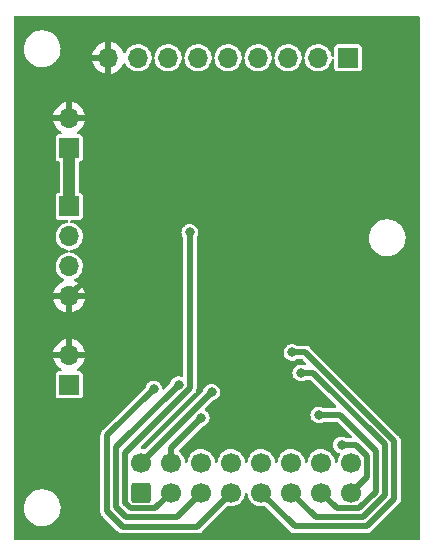
<source format=gbr>
%TF.GenerationSoftware,KiCad,Pcbnew,(6.0.0)*%
%TF.CreationDate,2022-01-19T10:56:35+01:00*%
%TF.ProjectId,CH423_ev_routed,43483432-335f-4657-965f-726f75746564,rev?*%
%TF.SameCoordinates,Original*%
%TF.FileFunction,Copper,L2,Bot*%
%TF.FilePolarity,Positive*%
%FSLAX46Y46*%
G04 Gerber Fmt 4.6, Leading zero omitted, Abs format (unit mm)*
G04 Created by KiCad (PCBNEW (6.0.0)) date 2022-01-19 10:56:35*
%MOMM*%
%LPD*%
G01*
G04 APERTURE LIST*
G04 Aperture macros list*
%AMRoundRect*
0 Rectangle with rounded corners*
0 $1 Rounding radius*
0 $2 $3 $4 $5 $6 $7 $8 $9 X,Y pos of 4 corners*
0 Add a 4 corners polygon primitive as box body*
4,1,4,$2,$3,$4,$5,$6,$7,$8,$9,$2,$3,0*
0 Add four circle primitives for the rounded corners*
1,1,$1+$1,$2,$3*
1,1,$1+$1,$4,$5*
1,1,$1+$1,$6,$7*
1,1,$1+$1,$8,$9*
0 Add four rect primitives between the rounded corners*
20,1,$1+$1,$2,$3,$4,$5,0*
20,1,$1+$1,$4,$5,$6,$7,0*
20,1,$1+$1,$6,$7,$8,$9,0*
20,1,$1+$1,$8,$9,$2,$3,0*%
G04 Aperture macros list end*
%TA.AperFunction,ComponentPad*%
%ADD10R,1.700000X1.700000*%
%TD*%
%TA.AperFunction,ComponentPad*%
%ADD11O,1.700000X1.700000*%
%TD*%
%TA.AperFunction,ComponentPad*%
%ADD12RoundRect,0.250000X0.600000X-0.600000X0.600000X0.600000X-0.600000X0.600000X-0.600000X-0.600000X0*%
%TD*%
%TA.AperFunction,ComponentPad*%
%ADD13C,1.700000*%
%TD*%
%TA.AperFunction,ViaPad*%
%ADD14C,0.800000*%
%TD*%
%TA.AperFunction,ViaPad*%
%ADD15C,0.600000*%
%TD*%
%TA.AperFunction,Conductor*%
%ADD16C,1.000000*%
%TD*%
%TA.AperFunction,Conductor*%
%ADD17C,0.550000*%
%TD*%
G04 APERTURE END LIST*
D10*
X96012000Y-65415000D03*
D11*
X96012000Y-67955000D03*
X96012000Y-70495000D03*
X96012000Y-73035000D03*
D10*
X96012000Y-80518000D03*
D11*
X96012000Y-77978000D03*
D10*
X96012000Y-60452000D03*
D11*
X96012000Y-57912000D03*
D12*
X102108000Y-89652500D03*
D13*
X102108000Y-87112500D03*
X104648000Y-89652500D03*
X104648000Y-87112500D03*
X107188000Y-89652500D03*
X107188000Y-87112500D03*
X109728000Y-89652500D03*
X109728000Y-87112500D03*
X112268000Y-89652500D03*
X112268000Y-87112500D03*
X114808000Y-89652500D03*
X114808000Y-87112500D03*
X117348000Y-89652500D03*
X117348000Y-87112500D03*
X119888000Y-89652500D03*
X119888000Y-87112500D03*
D10*
X119619000Y-52832000D03*
D11*
X117079000Y-52832000D03*
X114539000Y-52832000D03*
X111999000Y-52832000D03*
X109459000Y-52832000D03*
X106919000Y-52832000D03*
X104379000Y-52832000D03*
X101839000Y-52832000D03*
X99299000Y-52832000D03*
D14*
X108062800Y-81157700D03*
X106215300Y-67610300D03*
X107187500Y-83314000D03*
X105268200Y-80510400D03*
D15*
X116332000Y-84582000D03*
X110236000Y-67564000D03*
X120650000Y-62992000D03*
X101092000Y-70612000D03*
D14*
X118917700Y-62604600D03*
D15*
X118872000Y-59182000D03*
X110236000Y-74422000D03*
X119380000Y-64008000D03*
X101092000Y-67564000D03*
X107442000Y-57150000D03*
X113538000Y-78994000D03*
D14*
X103164500Y-80865000D03*
X114866600Y-77776800D03*
X115617700Y-79502000D03*
X117137900Y-83058000D03*
X119069100Y-85617200D03*
D16*
X96012000Y-65415000D02*
X96012000Y-60452000D01*
D17*
X102108000Y-87112500D02*
X108062800Y-81157700D01*
X106215300Y-80801200D02*
X106215300Y-67610300D01*
X100749800Y-86266700D02*
X106215300Y-80801200D01*
X101199700Y-90984400D02*
X100749800Y-90534500D01*
X104648000Y-89652500D02*
X103316100Y-90984400D01*
X103316100Y-90984400D02*
X101199700Y-90984400D01*
X100749800Y-90534500D02*
X100749800Y-86266700D01*
X104648000Y-87112500D02*
X104648000Y-85902800D01*
X107187500Y-83363300D02*
X107187500Y-83314000D01*
X104648000Y-85902800D02*
X107187500Y-83363300D01*
X99984200Y-85794400D02*
X105268200Y-80510400D01*
X100835300Y-91740900D02*
X99984200Y-90889800D01*
X107188000Y-89652500D02*
X105099600Y-91740900D01*
X105099600Y-91740900D02*
X100835300Y-91740900D01*
X99984200Y-90889800D02*
X99984200Y-85794400D01*
X96012000Y-73035000D02*
X96012000Y-77978000D01*
X118917700Y-62604600D02*
X99314000Y-62604600D01*
X99299000Y-69748000D02*
X96012000Y-73035000D01*
X98912100Y-57912000D02*
X96012000Y-57912000D01*
X99299000Y-52832000D02*
X99299000Y-69748000D01*
X103164500Y-80865000D02*
X99233800Y-84795700D01*
X99233800Y-84795700D02*
X99233800Y-91236000D01*
X99233800Y-91236000D02*
X100522700Y-92524900D01*
X100522700Y-92524900D02*
X106855600Y-92524900D01*
X106855600Y-92524900D02*
X109728000Y-89652500D01*
X115107300Y-92491800D02*
X112268000Y-89652500D01*
X121203500Y-92491800D02*
X115107300Y-92491800D01*
X115985400Y-77776800D02*
X123512800Y-85304200D01*
X114866600Y-77776800D02*
X115985400Y-77776800D01*
X123512800Y-85304200D02*
X123512800Y-90182500D01*
X123512800Y-90182500D02*
X121203500Y-92491800D01*
X120858500Y-91734100D02*
X116889600Y-91734100D01*
X116889600Y-91734100D02*
X114808000Y-89652500D01*
X122719000Y-89873600D02*
X120858500Y-91734100D01*
X115617700Y-79502000D02*
X116649300Y-79502000D01*
X116649300Y-79502000D02*
X122719000Y-85571700D01*
X122719000Y-85571700D02*
X122719000Y-89873600D01*
X118679200Y-90983700D02*
X117348000Y-89652500D01*
X121968600Y-86089800D02*
X121968600Y-89562700D01*
X120547600Y-90983700D02*
X118679200Y-90983700D01*
X117137900Y-83058000D02*
X118936800Y-83058000D01*
X118936800Y-83058000D02*
X121968600Y-86089800D01*
X121968600Y-89562700D02*
X120547600Y-90983700D01*
X120293000Y-85617200D02*
X119069100Y-85617200D01*
X121218200Y-88322300D02*
X121218200Y-86542400D01*
X121218200Y-86542400D02*
X120293000Y-85617200D01*
X119888000Y-89652500D02*
X121218200Y-88322300D01*
%TA.AperFunction,Conductor*%
G36*
X125642121Y-49320002D02*
G01*
X125688614Y-49373658D01*
X125700000Y-49426000D01*
X125700000Y-93574000D01*
X125679998Y-93642121D01*
X125626342Y-93688614D01*
X125574000Y-93700000D01*
X91426000Y-93700000D01*
X91357879Y-93679998D01*
X91311386Y-93626342D01*
X91300000Y-93574000D01*
X91300000Y-90986288D01*
X92171404Y-90986288D01*
X92171985Y-90991308D01*
X92171985Y-90991312D01*
X92192128Y-91165400D01*
X92200081Y-91234140D01*
X92268017Y-91474219D01*
X92295326Y-91532784D01*
X92356785Y-91664583D01*
X92373462Y-91700348D01*
X92513706Y-91906710D01*
X92685138Y-92087994D01*
X92883349Y-92239538D01*
X93103239Y-92357443D01*
X93339152Y-92438674D01*
X93467099Y-92460774D01*
X93581107Y-92480467D01*
X93581113Y-92480468D01*
X93585017Y-92481142D01*
X93588978Y-92481322D01*
X93588979Y-92481322D01*
X93613503Y-92482436D01*
X93613522Y-92482436D01*
X93614922Y-92482500D01*
X93788691Y-92482500D01*
X93791199Y-92482298D01*
X93791204Y-92482298D01*
X93969661Y-92467940D01*
X93969666Y-92467939D01*
X93974702Y-92467534D01*
X93979610Y-92466329D01*
X93979613Y-92466328D01*
X94212092Y-92409225D01*
X94217006Y-92408018D01*
X94221658Y-92406043D01*
X94221662Y-92406042D01*
X94442022Y-92312505D01*
X94442023Y-92312505D01*
X94446677Y-92310529D01*
X94657808Y-92177573D01*
X94755923Y-92091073D01*
X94841168Y-92015920D01*
X94841171Y-92015917D01*
X94844965Y-92012572D01*
X95003334Y-91819770D01*
X95128840Y-91604128D01*
X95218255Y-91371195D01*
X95246499Y-91236000D01*
X98653335Y-91236000D01*
X98658300Y-91273714D01*
X98658300Y-91273720D01*
X98673113Y-91386236D01*
X98676273Y-91393866D01*
X98676274Y-91393868D01*
X98707919Y-91470265D01*
X98707920Y-91470266D01*
X98731102Y-91526233D01*
X98800188Y-91616268D01*
X98800191Y-91616271D01*
X98823349Y-91646451D01*
X98829899Y-91651477D01*
X98846979Y-91664583D01*
X98859370Y-91675450D01*
X100083250Y-92899330D01*
X100094117Y-92911721D01*
X100112249Y-92935351D01*
X100118799Y-92940377D01*
X100142429Y-92958509D01*
X100142432Y-92958512D01*
X100193448Y-92997658D01*
X100232467Y-93027599D01*
X100295155Y-93053565D01*
X100331460Y-93068603D01*
X100364834Y-93082427D01*
X100364837Y-93082428D01*
X100372464Y-93085587D01*
X100484980Y-93100400D01*
X100484981Y-93100400D01*
X100484991Y-93100401D01*
X100514510Y-93104287D01*
X100514512Y-93104287D01*
X100522700Y-93105365D01*
X100552228Y-93101478D01*
X100568671Y-93100400D01*
X106809628Y-93100400D01*
X106826074Y-93101478D01*
X106847411Y-93104287D01*
X106847412Y-93104287D01*
X106855600Y-93105365D01*
X106863788Y-93104287D01*
X106863790Y-93104287D01*
X106893309Y-93100401D01*
X106893319Y-93100400D01*
X106893320Y-93100400D01*
X107005836Y-93085587D01*
X107145833Y-93027598D01*
X107235868Y-92958512D01*
X107235871Y-92958509D01*
X107266051Y-92935351D01*
X107284183Y-92911721D01*
X107295050Y-92899330D01*
X109380574Y-90813806D01*
X109442886Y-90779780D01*
X109497476Y-90780008D01*
X109567480Y-90795848D01*
X109577186Y-90798044D01*
X109582957Y-90798271D01*
X109582959Y-90798271D01*
X109644989Y-90800708D01*
X109788470Y-90806346D01*
X109794179Y-90805518D01*
X109794183Y-90805518D01*
X109992015Y-90776833D01*
X109992019Y-90776832D01*
X109997730Y-90776004D01*
X110127112Y-90732085D01*
X110192483Y-90709895D01*
X110192488Y-90709893D01*
X110197955Y-90708037D01*
X110202998Y-90705213D01*
X110377395Y-90607546D01*
X110377399Y-90607543D01*
X110382442Y-90604719D01*
X110545012Y-90469512D01*
X110680219Y-90306942D01*
X110683043Y-90301899D01*
X110683046Y-90301895D01*
X110780713Y-90127498D01*
X110780714Y-90127496D01*
X110783537Y-90122455D01*
X110785393Y-90116988D01*
X110785395Y-90116983D01*
X110841520Y-89951642D01*
X110851504Y-89922230D01*
X110857527Y-89880693D01*
X110873090Y-89773360D01*
X110902660Y-89708815D01*
X110962432Y-89670503D01*
X111033429Y-89670587D01*
X111093109Y-89709042D01*
X111122525Y-89773658D01*
X111123515Y-89783195D01*
X111126796Y-89833249D01*
X111128217Y-89838845D01*
X111128218Y-89838850D01*
X111156482Y-89950138D01*
X111178845Y-90038190D01*
X111181262Y-90043433D01*
X111195378Y-90074052D01*
X111267369Y-90230214D01*
X111389405Y-90402891D01*
X111393539Y-90406918D01*
X111486788Y-90497757D01*
X111540865Y-90550437D01*
X111545661Y-90553642D01*
X111545664Y-90553644D01*
X111652435Y-90624986D01*
X111716677Y-90667911D01*
X111721985Y-90670192D01*
X111721986Y-90670192D01*
X111905650Y-90749100D01*
X111905653Y-90749101D01*
X111910953Y-90751378D01*
X111916582Y-90752652D01*
X111916583Y-90752652D01*
X112111550Y-90796769D01*
X112111553Y-90796769D01*
X112117186Y-90798044D01*
X112122957Y-90798271D01*
X112122959Y-90798271D01*
X112184989Y-90800708D01*
X112328470Y-90806346D01*
X112440955Y-90790036D01*
X112510062Y-90780016D01*
X112580348Y-90790036D01*
X112617237Y-90815617D01*
X114667850Y-92866230D01*
X114678717Y-92878621D01*
X114696849Y-92902251D01*
X114727029Y-92925409D01*
X114727032Y-92925412D01*
X114817068Y-92994499D01*
X114896977Y-93027598D01*
X114957064Y-93052487D01*
X115069580Y-93067300D01*
X115107300Y-93072266D01*
X115115488Y-93071188D01*
X115115489Y-93071188D01*
X115136833Y-93068378D01*
X115153279Y-93067300D01*
X121157528Y-93067300D01*
X121173974Y-93068378D01*
X121195311Y-93071187D01*
X121195312Y-93071187D01*
X121203500Y-93072265D01*
X121211688Y-93071187D01*
X121211690Y-93071187D01*
X121241209Y-93067301D01*
X121241219Y-93067300D01*
X121241220Y-93067300D01*
X121353736Y-93052487D01*
X121493733Y-92994498D01*
X121540631Y-92958512D01*
X121583768Y-92925412D01*
X121583771Y-92925409D01*
X121613951Y-92902251D01*
X121632083Y-92878621D01*
X121642950Y-92866230D01*
X123887230Y-90621950D01*
X123899621Y-90611083D01*
X123916701Y-90597977D01*
X123923251Y-90592951D01*
X123946409Y-90562771D01*
X123946412Y-90562768D01*
X124015498Y-90472733D01*
X124073487Y-90332736D01*
X124083042Y-90260156D01*
X124088300Y-90220220D01*
X124088300Y-90220215D01*
X124093265Y-90182500D01*
X124089378Y-90152974D01*
X124088300Y-90136528D01*
X124088300Y-85350172D01*
X124089378Y-85333726D01*
X124092187Y-85312389D01*
X124092187Y-85312388D01*
X124093265Y-85304200D01*
X124088300Y-85266485D01*
X124088300Y-85266480D01*
X124073487Y-85153964D01*
X124067718Y-85140037D01*
X124018658Y-85021595D01*
X124018657Y-85021593D01*
X124015498Y-85013967D01*
X123998054Y-84991234D01*
X123946412Y-84923932D01*
X123946409Y-84923929D01*
X123941184Y-84917119D01*
X123928277Y-84900299D01*
X123923251Y-84893749D01*
X123899621Y-84875617D01*
X123887230Y-84864750D01*
X116424850Y-77402370D01*
X116413983Y-77389979D01*
X116400877Y-77372899D01*
X116395851Y-77366349D01*
X116365671Y-77343191D01*
X116365668Y-77343188D01*
X116275633Y-77274102D01*
X116221813Y-77251809D01*
X116135636Y-77216113D01*
X116023120Y-77201300D01*
X116023118Y-77201300D01*
X116023109Y-77201299D01*
X115993590Y-77197413D01*
X115993588Y-77197413D01*
X115985400Y-77196335D01*
X115977212Y-77197413D01*
X115977211Y-77197413D01*
X115955874Y-77200222D01*
X115939428Y-77201300D01*
X115308062Y-77201300D01*
X115249103Y-77186655D01*
X115181622Y-77150926D01*
X115119481Y-77118024D01*
X114955041Y-77076719D01*
X114947443Y-77076679D01*
X114947441Y-77076679D01*
X114870268Y-77076275D01*
X114785495Y-77075831D01*
X114778108Y-77077605D01*
X114778104Y-77077605D01*
X114634762Y-77112020D01*
X114620632Y-77115412D01*
X114613888Y-77118893D01*
X114613885Y-77118894D01*
X114482601Y-77186655D01*
X114469969Y-77193175D01*
X114464247Y-77198167D01*
X114464245Y-77198168D01*
X114440052Y-77219273D01*
X114342204Y-77304631D01*
X114337837Y-77310845D01*
X114282221Y-77389979D01*
X114244713Y-77443347D01*
X114183124Y-77601313D01*
X114182132Y-77608846D01*
X114182132Y-77608847D01*
X114168691Y-77710947D01*
X114160994Y-77769411D01*
X114179599Y-77937935D01*
X114237866Y-78097156D01*
X114332430Y-78237883D01*
X114338042Y-78242990D01*
X114338045Y-78242993D01*
X114452212Y-78346877D01*
X114452216Y-78346880D01*
X114457833Y-78351991D01*
X114464506Y-78355614D01*
X114464510Y-78355617D01*
X114600158Y-78429267D01*
X114600160Y-78429268D01*
X114606835Y-78432892D01*
X114614184Y-78434820D01*
X114763483Y-78473988D01*
X114763485Y-78473988D01*
X114770833Y-78475916D01*
X114857209Y-78477273D01*
X114932761Y-78478460D01*
X114932764Y-78478460D01*
X114940360Y-78478579D01*
X114947765Y-78476883D01*
X114947766Y-78476883D01*
X115008186Y-78463045D01*
X115105629Y-78440728D01*
X115254736Y-78365735D01*
X115311350Y-78352300D01*
X115694830Y-78352300D01*
X115762951Y-78372302D01*
X115783925Y-78389205D01*
X116058715Y-78663995D01*
X116092741Y-78726307D01*
X116087676Y-78797122D01*
X116045129Y-78853958D01*
X115978609Y-78878769D01*
X115910661Y-78864445D01*
X115877290Y-78846776D01*
X115877288Y-78846775D01*
X115870581Y-78843224D01*
X115706141Y-78801919D01*
X115698543Y-78801879D01*
X115698541Y-78801879D01*
X115621368Y-78801475D01*
X115536595Y-78801031D01*
X115529208Y-78802805D01*
X115529204Y-78802805D01*
X115385862Y-78837220D01*
X115371732Y-78840612D01*
X115364988Y-78844093D01*
X115364985Y-78844094D01*
X115325556Y-78864445D01*
X115221069Y-78918375D01*
X115093304Y-79029831D01*
X114995813Y-79168547D01*
X114934224Y-79326513D01*
X114933232Y-79334046D01*
X114933232Y-79334047D01*
X114913089Y-79487055D01*
X114912094Y-79494611D01*
X114930699Y-79663135D01*
X114933309Y-79670266D01*
X114984251Y-79809471D01*
X114988966Y-79822356D01*
X115083530Y-79963083D01*
X115089142Y-79968190D01*
X115089145Y-79968193D01*
X115203312Y-80072077D01*
X115203316Y-80072080D01*
X115208933Y-80077191D01*
X115215606Y-80080814D01*
X115215610Y-80080817D01*
X115351258Y-80154467D01*
X115351260Y-80154468D01*
X115357935Y-80158092D01*
X115365284Y-80160020D01*
X115514583Y-80199188D01*
X115514585Y-80199188D01*
X115521933Y-80201116D01*
X115608309Y-80202473D01*
X115683861Y-80203660D01*
X115683864Y-80203660D01*
X115691460Y-80203779D01*
X115698865Y-80202083D01*
X115698866Y-80202083D01*
X115777703Y-80184027D01*
X115856729Y-80165928D01*
X116005836Y-80090935D01*
X116062450Y-80077500D01*
X116358730Y-80077500D01*
X116426851Y-80097502D01*
X116447825Y-80114405D01*
X118600825Y-82267405D01*
X118634851Y-82329717D01*
X118629786Y-82400532D01*
X118587239Y-82457368D01*
X118520719Y-82482179D01*
X118511730Y-82482500D01*
X117579362Y-82482500D01*
X117520403Y-82467855D01*
X117480574Y-82446767D01*
X117390781Y-82399224D01*
X117226341Y-82357919D01*
X117218743Y-82357879D01*
X117218741Y-82357879D01*
X117141568Y-82357475D01*
X117056795Y-82357031D01*
X117049408Y-82358805D01*
X117049404Y-82358805D01*
X116906062Y-82393220D01*
X116891932Y-82396612D01*
X116885188Y-82400093D01*
X116885185Y-82400094D01*
X116879989Y-82402776D01*
X116741269Y-82474375D01*
X116613504Y-82585831D01*
X116609137Y-82592045D01*
X116523530Y-82713852D01*
X116516013Y-82724547D01*
X116454424Y-82882513D01*
X116432294Y-83050611D01*
X116450899Y-83219135D01*
X116509166Y-83378356D01*
X116603730Y-83519083D01*
X116609342Y-83524190D01*
X116609345Y-83524193D01*
X116723512Y-83628077D01*
X116723516Y-83628080D01*
X116729133Y-83633191D01*
X116735806Y-83636814D01*
X116735810Y-83636817D01*
X116871458Y-83710467D01*
X116871460Y-83710468D01*
X116878135Y-83714092D01*
X116885484Y-83716020D01*
X117034783Y-83755188D01*
X117034785Y-83755188D01*
X117042133Y-83757116D01*
X117128509Y-83758473D01*
X117204061Y-83759660D01*
X117204064Y-83759660D01*
X117211660Y-83759779D01*
X117219065Y-83758083D01*
X117219066Y-83758083D01*
X117279486Y-83744245D01*
X117376929Y-83721928D01*
X117526036Y-83646935D01*
X117582650Y-83633500D01*
X118646230Y-83633500D01*
X118714351Y-83653502D01*
X118735325Y-83670405D01*
X119891525Y-84826605D01*
X119925551Y-84888917D01*
X119920486Y-84959732D01*
X119877939Y-85016568D01*
X119811419Y-85041379D01*
X119802430Y-85041700D01*
X119510562Y-85041700D01*
X119451603Y-85027055D01*
X119383948Y-84991234D01*
X119321981Y-84958424D01*
X119157541Y-84917119D01*
X119149943Y-84917079D01*
X119149941Y-84917079D01*
X119072768Y-84916675D01*
X118987995Y-84916231D01*
X118980608Y-84918005D01*
X118980604Y-84918005D01*
X118837262Y-84952420D01*
X118823132Y-84955812D01*
X118816388Y-84959293D01*
X118816385Y-84959294D01*
X118705419Y-85016568D01*
X118672469Y-85033575D01*
X118544704Y-85145031D01*
X118447213Y-85283747D01*
X118385624Y-85441713D01*
X118363494Y-85609811D01*
X118382099Y-85778335D01*
X118440366Y-85937556D01*
X118534930Y-86078283D01*
X118540542Y-86083390D01*
X118540545Y-86083393D01*
X118654712Y-86187277D01*
X118654716Y-86187280D01*
X118660333Y-86192391D01*
X118667006Y-86196014D01*
X118667010Y-86196017D01*
X118802658Y-86269667D01*
X118802660Y-86269668D01*
X118809335Y-86273292D01*
X118816684Y-86275220D01*
X118851356Y-86284316D01*
X118912172Y-86320950D01*
X118943527Y-86384647D01*
X118935468Y-86455185D01*
X118925056Y-86474815D01*
X118922548Y-86478677D01*
X118918976Y-86483208D01*
X118916291Y-86488312D01*
X118916288Y-86488316D01*
X118858732Y-86597714D01*
X118820523Y-86670336D01*
X118757820Y-86872273D01*
X118757141Y-86878010D01*
X118743088Y-86996739D01*
X118715217Y-87062037D01*
X118656469Y-87101901D01*
X118585494Y-87103674D01*
X118524828Y-87066795D01*
X118493730Y-87002971D01*
X118492490Y-86993458D01*
X118484610Y-86907697D01*
X118484081Y-86901940D01*
X118426686Y-86698431D01*
X118415553Y-86675854D01*
X118335719Y-86513969D01*
X118333165Y-86508790D01*
X118206651Y-86339367D01*
X118051381Y-86195837D01*
X118046498Y-86192756D01*
X117877434Y-86086084D01*
X117877433Y-86086084D01*
X117872554Y-86083005D01*
X117676160Y-86004652D01*
X117670503Y-86003527D01*
X117670497Y-86003525D01*
X117474442Y-85964528D01*
X117474440Y-85964528D01*
X117468775Y-85963401D01*
X117463000Y-85963325D01*
X117462996Y-85963325D01*
X117356976Y-85961937D01*
X117257346Y-85960633D01*
X117251649Y-85961612D01*
X117251648Y-85961612D01*
X117054650Y-85995462D01*
X117054649Y-85995462D01*
X117048953Y-85996441D01*
X116850575Y-86069627D01*
X116845614Y-86072579D01*
X116845613Y-86072579D01*
X116828089Y-86083005D01*
X116668856Y-86177738D01*
X116509881Y-86317155D01*
X116378976Y-86483208D01*
X116376289Y-86488316D01*
X116376285Y-86488322D01*
X116362792Y-86513969D01*
X116280523Y-86670336D01*
X116217820Y-86872273D01*
X116217141Y-86878010D01*
X116203088Y-86996739D01*
X116175217Y-87062037D01*
X116116469Y-87101901D01*
X116045494Y-87103674D01*
X115984828Y-87066795D01*
X115953730Y-87002971D01*
X115952490Y-86993458D01*
X115944610Y-86907697D01*
X115944081Y-86901940D01*
X115886686Y-86698431D01*
X115875553Y-86675854D01*
X115795719Y-86513969D01*
X115793165Y-86508790D01*
X115666651Y-86339367D01*
X115511381Y-86195837D01*
X115506498Y-86192756D01*
X115337434Y-86086084D01*
X115337433Y-86086084D01*
X115332554Y-86083005D01*
X115136160Y-86004652D01*
X115130503Y-86003527D01*
X115130497Y-86003525D01*
X114934442Y-85964528D01*
X114934440Y-85964528D01*
X114928775Y-85963401D01*
X114923000Y-85963325D01*
X114922996Y-85963325D01*
X114816976Y-85961937D01*
X114717346Y-85960633D01*
X114711649Y-85961612D01*
X114711648Y-85961612D01*
X114514650Y-85995462D01*
X114514649Y-85995462D01*
X114508953Y-85996441D01*
X114310575Y-86069627D01*
X114305614Y-86072579D01*
X114305613Y-86072579D01*
X114288089Y-86083005D01*
X114128856Y-86177738D01*
X113969881Y-86317155D01*
X113838976Y-86483208D01*
X113836289Y-86488316D01*
X113836285Y-86488322D01*
X113822792Y-86513969D01*
X113740523Y-86670336D01*
X113677820Y-86872273D01*
X113677141Y-86878010D01*
X113663088Y-86996739D01*
X113635217Y-87062037D01*
X113576469Y-87101901D01*
X113505494Y-87103674D01*
X113444828Y-87066795D01*
X113413730Y-87002971D01*
X113412490Y-86993458D01*
X113404610Y-86907697D01*
X113404081Y-86901940D01*
X113346686Y-86698431D01*
X113335553Y-86675854D01*
X113255719Y-86513969D01*
X113253165Y-86508790D01*
X113126651Y-86339367D01*
X112971381Y-86195837D01*
X112966498Y-86192756D01*
X112797434Y-86086084D01*
X112797433Y-86086084D01*
X112792554Y-86083005D01*
X112596160Y-86004652D01*
X112590503Y-86003527D01*
X112590497Y-86003525D01*
X112394442Y-85964528D01*
X112394440Y-85964528D01*
X112388775Y-85963401D01*
X112383000Y-85963325D01*
X112382996Y-85963325D01*
X112276976Y-85961937D01*
X112177346Y-85960633D01*
X112171649Y-85961612D01*
X112171648Y-85961612D01*
X111974650Y-85995462D01*
X111974649Y-85995462D01*
X111968953Y-85996441D01*
X111770575Y-86069627D01*
X111765614Y-86072579D01*
X111765613Y-86072579D01*
X111748089Y-86083005D01*
X111588856Y-86177738D01*
X111429881Y-86317155D01*
X111298976Y-86483208D01*
X111296289Y-86488316D01*
X111296285Y-86488322D01*
X111282792Y-86513969D01*
X111200523Y-86670336D01*
X111137820Y-86872273D01*
X111137141Y-86878010D01*
X111123088Y-86996739D01*
X111095217Y-87062037D01*
X111036469Y-87101901D01*
X110965494Y-87103674D01*
X110904828Y-87066795D01*
X110873730Y-87002971D01*
X110872490Y-86993458D01*
X110864610Y-86907697D01*
X110864081Y-86901940D01*
X110806686Y-86698431D01*
X110795553Y-86675854D01*
X110715719Y-86513969D01*
X110713165Y-86508790D01*
X110586651Y-86339367D01*
X110431381Y-86195837D01*
X110426498Y-86192756D01*
X110257434Y-86086084D01*
X110257433Y-86086084D01*
X110252554Y-86083005D01*
X110056160Y-86004652D01*
X110050503Y-86003527D01*
X110050497Y-86003525D01*
X109854442Y-85964528D01*
X109854440Y-85964528D01*
X109848775Y-85963401D01*
X109843000Y-85963325D01*
X109842996Y-85963325D01*
X109736976Y-85961937D01*
X109637346Y-85960633D01*
X109631649Y-85961612D01*
X109631648Y-85961612D01*
X109434650Y-85995462D01*
X109434649Y-85995462D01*
X109428953Y-85996441D01*
X109230575Y-86069627D01*
X109225614Y-86072579D01*
X109225613Y-86072579D01*
X109208089Y-86083005D01*
X109048856Y-86177738D01*
X108889881Y-86317155D01*
X108758976Y-86483208D01*
X108756289Y-86488316D01*
X108756285Y-86488322D01*
X108742792Y-86513969D01*
X108660523Y-86670336D01*
X108597820Y-86872273D01*
X108597141Y-86878010D01*
X108583088Y-86996739D01*
X108555217Y-87062037D01*
X108496469Y-87101901D01*
X108425494Y-87103674D01*
X108364828Y-87066795D01*
X108333730Y-87002971D01*
X108332490Y-86993458D01*
X108324610Y-86907697D01*
X108324081Y-86901940D01*
X108266686Y-86698431D01*
X108255553Y-86675854D01*
X108175719Y-86513969D01*
X108173165Y-86508790D01*
X108046651Y-86339367D01*
X107891381Y-86195837D01*
X107886498Y-86192756D01*
X107717434Y-86086084D01*
X107717433Y-86086084D01*
X107712554Y-86083005D01*
X107516160Y-86004652D01*
X107510503Y-86003527D01*
X107510497Y-86003525D01*
X107314442Y-85964528D01*
X107314440Y-85964528D01*
X107308775Y-85963401D01*
X107303000Y-85963325D01*
X107302996Y-85963325D01*
X107196976Y-85961937D01*
X107097346Y-85960633D01*
X107091649Y-85961612D01*
X107091648Y-85961612D01*
X106894650Y-85995462D01*
X106894649Y-85995462D01*
X106888953Y-85996441D01*
X106690575Y-86069627D01*
X106685614Y-86072579D01*
X106685613Y-86072579D01*
X106668089Y-86083005D01*
X106508856Y-86177738D01*
X106349881Y-86317155D01*
X106218976Y-86483208D01*
X106216289Y-86488316D01*
X106216285Y-86488322D01*
X106202792Y-86513969D01*
X106120523Y-86670336D01*
X106057820Y-86872273D01*
X106057141Y-86878010D01*
X106043088Y-86996739D01*
X106015217Y-87062037D01*
X105956469Y-87101901D01*
X105885494Y-87103674D01*
X105824828Y-87066795D01*
X105793730Y-87002971D01*
X105792490Y-86993458D01*
X105784610Y-86907697D01*
X105784081Y-86901940D01*
X105726686Y-86698431D01*
X105715553Y-86675854D01*
X105635719Y-86513969D01*
X105633165Y-86508790D01*
X105506651Y-86339367D01*
X105352757Y-86197109D01*
X105316312Y-86136180D01*
X105318593Y-86065220D01*
X105349191Y-86015489D01*
X107349303Y-84015377D01*
X107410269Y-83981652D01*
X107412569Y-83981125D01*
X107426529Y-83977928D01*
X107577998Y-83901747D01*
X107706923Y-83791634D01*
X107805861Y-83653947D01*
X107808694Y-83646900D01*
X107866266Y-83503687D01*
X107866267Y-83503685D01*
X107869101Y-83496634D01*
X107885934Y-83378356D01*
X107892409Y-83332862D01*
X107892409Y-83332859D01*
X107892990Y-83328778D01*
X107893145Y-83314000D01*
X107872776Y-83145680D01*
X107812845Y-82987077D01*
X107740980Y-82882513D01*
X107721114Y-82853608D01*
X107721113Y-82853607D01*
X107716812Y-82847349D01*
X107711141Y-82842296D01*
X107595892Y-82739612D01*
X107595888Y-82739610D01*
X107590221Y-82734560D01*
X107583512Y-82731008D01*
X107583508Y-82731005D01*
X107551112Y-82713852D01*
X107500269Y-82664299D01*
X107484288Y-82595124D01*
X107508242Y-82528291D01*
X107520977Y-82513403D01*
X108160658Y-81873722D01*
X108221624Y-81839997D01*
X108245065Y-81834628D01*
X108301829Y-81821628D01*
X108453298Y-81745447D01*
X108543391Y-81668500D01*
X108576451Y-81640264D01*
X108576452Y-81640263D01*
X108582223Y-81635334D01*
X108681161Y-81497647D01*
X108683994Y-81490600D01*
X108741566Y-81347387D01*
X108741567Y-81347385D01*
X108744401Y-81340334D01*
X108759419Y-81234809D01*
X108767709Y-81176562D01*
X108767709Y-81176559D01*
X108768290Y-81172478D01*
X108768445Y-81157700D01*
X108748076Y-80989380D01*
X108688145Y-80830777D01*
X108647525Y-80771675D01*
X108596414Y-80697308D01*
X108596413Y-80697307D01*
X108592112Y-80691049D01*
X108580314Y-80680537D01*
X108471192Y-80583312D01*
X108471188Y-80583310D01*
X108465521Y-80578260D01*
X108315681Y-80498924D01*
X108151241Y-80457619D01*
X108143643Y-80457579D01*
X108143641Y-80457579D01*
X108066468Y-80457175D01*
X107981695Y-80456731D01*
X107974308Y-80458505D01*
X107974304Y-80458505D01*
X107830962Y-80492920D01*
X107816832Y-80496312D01*
X107810088Y-80499793D01*
X107810085Y-80499794D01*
X107734848Y-80538627D01*
X107666169Y-80574075D01*
X107538404Y-80685531D01*
X107530314Y-80697042D01*
X107457111Y-80801200D01*
X107440913Y-80824247D01*
X107379324Y-80982213D01*
X107378072Y-80991723D01*
X107377483Y-80993056D01*
X107376444Y-80997101D01*
X107375770Y-80996928D01*
X107349353Y-81056649D01*
X107342245Y-81064375D01*
X102455264Y-85951356D01*
X102392952Y-85985382D01*
X102341589Y-85985840D01*
X102257528Y-85969120D01*
X102228775Y-85963401D01*
X102223000Y-85963325D01*
X102222996Y-85963325D01*
X102170274Y-85962635D01*
X102102421Y-85941743D01*
X102056635Y-85887483D01*
X102047452Y-85817083D01*
X102077788Y-85752894D01*
X102082829Y-85747551D01*
X106589730Y-81240650D01*
X106602121Y-81229783D01*
X106619201Y-81216677D01*
X106625751Y-81211651D01*
X106648909Y-81181471D01*
X106648912Y-81181468D01*
X106717998Y-81091433D01*
X106775987Y-80951436D01*
X106783987Y-80890668D01*
X106790800Y-80838921D01*
X106790800Y-80838915D01*
X106794687Y-80809389D01*
X106795765Y-80801200D01*
X106791878Y-80771674D01*
X106790800Y-80755228D01*
X106790800Y-68126288D01*
X121381404Y-68126288D01*
X121381985Y-68131308D01*
X121381985Y-68131312D01*
X121392133Y-68219015D01*
X121410081Y-68374140D01*
X121478017Y-68614219D01*
X121480154Y-68618801D01*
X121551597Y-68772012D01*
X121583462Y-68840348D01*
X121586304Y-68844529D01*
X121586304Y-68844530D01*
X121594197Y-68856144D01*
X121723706Y-69046710D01*
X121895138Y-69227994D01*
X121899164Y-69231072D01*
X121899165Y-69231073D01*
X122089323Y-69376460D01*
X122093349Y-69379538D01*
X122313239Y-69497443D01*
X122549152Y-69578674D01*
X122677099Y-69600774D01*
X122791107Y-69620467D01*
X122791113Y-69620468D01*
X122795017Y-69621142D01*
X122798978Y-69621322D01*
X122798979Y-69621322D01*
X122823503Y-69622436D01*
X122823522Y-69622436D01*
X122824922Y-69622500D01*
X122998691Y-69622500D01*
X123001199Y-69622298D01*
X123001204Y-69622298D01*
X123179661Y-69607940D01*
X123179666Y-69607939D01*
X123184702Y-69607534D01*
X123189610Y-69606329D01*
X123189613Y-69606328D01*
X123422092Y-69549225D01*
X123427006Y-69548018D01*
X123431658Y-69546043D01*
X123431662Y-69546042D01*
X123652022Y-69452505D01*
X123652023Y-69452505D01*
X123656677Y-69450529D01*
X123867808Y-69317573D01*
X123965923Y-69231073D01*
X124051168Y-69155920D01*
X124051171Y-69155917D01*
X124054965Y-69152572D01*
X124213334Y-68959770D01*
X124338840Y-68744128D01*
X124428255Y-68511195D01*
X124446272Y-68424955D01*
X124478243Y-68271915D01*
X124479278Y-68266961D01*
X124480948Y-68230200D01*
X124485895Y-68121234D01*
X124490596Y-68017712D01*
X124489692Y-68009894D01*
X124462501Y-67774890D01*
X124461919Y-67769860D01*
X124453152Y-67738876D01*
X124421800Y-67628085D01*
X124393983Y-67529781D01*
X124308594Y-67346662D01*
X124290675Y-67308234D01*
X124290673Y-67308230D01*
X124288538Y-67303652D01*
X124148294Y-67097290D01*
X124013809Y-66955076D01*
X123980344Y-66919688D01*
X123980343Y-66919687D01*
X123976862Y-66916006D01*
X123971789Y-66912127D01*
X123782677Y-66767540D01*
X123782676Y-66767539D01*
X123778651Y-66764462D01*
X123558761Y-66646557D01*
X123322848Y-66565326D01*
X123194901Y-66543226D01*
X123080893Y-66523533D01*
X123080887Y-66523532D01*
X123076983Y-66522858D01*
X123073022Y-66522678D01*
X123073021Y-66522678D01*
X123048497Y-66521564D01*
X123048478Y-66521564D01*
X123047078Y-66521500D01*
X122873309Y-66521500D01*
X122870801Y-66521702D01*
X122870796Y-66521702D01*
X122692339Y-66536060D01*
X122692334Y-66536061D01*
X122687298Y-66536466D01*
X122682390Y-66537671D01*
X122682387Y-66537672D01*
X122461222Y-66591996D01*
X122444994Y-66595982D01*
X122440342Y-66597957D01*
X122440338Y-66597958D01*
X122219978Y-66691495D01*
X122215323Y-66693471D01*
X122004192Y-66826427D01*
X121980684Y-66847152D01*
X121820832Y-66988080D01*
X121820829Y-66988083D01*
X121817035Y-66991428D01*
X121658666Y-67184230D01*
X121533160Y-67399872D01*
X121443745Y-67632805D01*
X121442712Y-67637751D01*
X121442710Y-67637757D01*
X121416361Y-67763886D01*
X121392722Y-67877039D01*
X121392493Y-67882088D01*
X121392492Y-67882094D01*
X121389014Y-67958704D01*
X121381404Y-68126288D01*
X106790800Y-68126288D01*
X106790800Y-68050470D01*
X106814477Y-67976944D01*
X106829227Y-67956417D01*
X106833661Y-67950247D01*
X106841592Y-67930520D01*
X106894066Y-67799987D01*
X106894067Y-67799985D01*
X106896901Y-67792934D01*
X106918986Y-67637757D01*
X106920209Y-67629162D01*
X106920209Y-67629159D01*
X106920790Y-67625078D01*
X106920945Y-67610300D01*
X106919140Y-67595380D01*
X106911201Y-67529781D01*
X106900576Y-67441980D01*
X106840645Y-67283377D01*
X106744612Y-67143649D01*
X106697284Y-67101481D01*
X106623692Y-67035912D01*
X106623688Y-67035910D01*
X106618021Y-67030860D01*
X106605156Y-67024048D01*
X106537223Y-66988080D01*
X106468181Y-66951524D01*
X106303741Y-66910219D01*
X106296143Y-66910179D01*
X106296141Y-66910179D01*
X106218968Y-66909775D01*
X106134195Y-66909331D01*
X106126808Y-66911105D01*
X106126804Y-66911105D01*
X105983462Y-66945520D01*
X105969332Y-66948912D01*
X105962588Y-66952393D01*
X105962585Y-66952394D01*
X105831140Y-67020238D01*
X105818669Y-67026675D01*
X105812947Y-67031667D01*
X105812945Y-67031668D01*
X105800807Y-67042257D01*
X105690904Y-67138131D01*
X105593413Y-67276847D01*
X105531824Y-67434813D01*
X105530832Y-67442346D01*
X105530832Y-67442347D01*
X105517854Y-67540931D01*
X105509694Y-67602911D01*
X105528299Y-67771435D01*
X105586566Y-67930656D01*
X105590801Y-67936959D01*
X105590805Y-67936966D01*
X105618381Y-67978003D01*
X105639800Y-68048279D01*
X105639800Y-79719881D01*
X105619798Y-79788002D01*
X105566142Y-79834495D01*
X105495868Y-79844599D01*
X105483109Y-79842086D01*
X105356641Y-79810319D01*
X105349043Y-79810279D01*
X105349041Y-79810279D01*
X105271868Y-79809875D01*
X105187095Y-79809431D01*
X105179708Y-79811205D01*
X105179704Y-79811205D01*
X105082698Y-79834495D01*
X105022232Y-79849012D01*
X105015488Y-79852493D01*
X105015485Y-79852494D01*
X104895386Y-79914482D01*
X104871569Y-79926775D01*
X104743804Y-80038231D01*
X104739437Y-80044445D01*
X104654144Y-80165805D01*
X104646313Y-80176947D01*
X104584724Y-80334913D01*
X104583472Y-80344423D01*
X104582883Y-80345756D01*
X104581844Y-80349801D01*
X104581170Y-80349628D01*
X104554753Y-80409349D01*
X104547645Y-80417075D01*
X104078005Y-80886715D01*
X104015693Y-80920741D01*
X103944878Y-80915676D01*
X103888042Y-80873129D01*
X103863823Y-80812757D01*
X103850688Y-80704220D01*
X103849776Y-80696680D01*
X103789845Y-80538077D01*
X103735820Y-80459470D01*
X103698114Y-80404608D01*
X103698113Y-80404607D01*
X103693812Y-80398349D01*
X103680885Y-80386831D01*
X103572892Y-80290612D01*
X103572888Y-80290610D01*
X103567221Y-80285560D01*
X103417381Y-80206224D01*
X103252941Y-80164919D01*
X103245343Y-80164879D01*
X103245341Y-80164879D01*
X103168168Y-80164475D01*
X103083395Y-80164031D01*
X103076008Y-80165805D01*
X103076004Y-80165805D01*
X102936959Y-80199188D01*
X102918532Y-80203612D01*
X102911788Y-80207093D01*
X102911785Y-80207094D01*
X102906589Y-80209776D01*
X102767869Y-80281375D01*
X102640104Y-80392831D01*
X102635737Y-80399045D01*
X102567377Y-80496312D01*
X102542613Y-80531547D01*
X102481024Y-80689513D01*
X102479772Y-80699023D01*
X102479183Y-80700356D01*
X102478144Y-80704401D01*
X102477470Y-80704228D01*
X102451053Y-80763949D01*
X102443945Y-80771675D01*
X98859370Y-84356250D01*
X98846979Y-84367117D01*
X98823349Y-84385249D01*
X98800191Y-84415429D01*
X98800188Y-84415432D01*
X98731102Y-84505467D01*
X98673113Y-84645464D01*
X98658300Y-84757980D01*
X98658300Y-84757986D01*
X98653335Y-84795700D01*
X98654413Y-84803888D01*
X98654413Y-84803889D01*
X98657222Y-84825226D01*
X98658300Y-84841672D01*
X98658300Y-91190028D01*
X98657222Y-91206474D01*
X98653335Y-91236000D01*
X95246499Y-91236000D01*
X95248210Y-91227811D01*
X95268243Y-91131915D01*
X95269278Y-91126961D01*
X95269518Y-91121695D01*
X95277089Y-90954934D01*
X95280596Y-90877712D01*
X95277090Y-90847405D01*
X95252501Y-90634890D01*
X95251919Y-90629860D01*
X95232932Y-90562760D01*
X95187693Y-90402891D01*
X95183983Y-90389781D01*
X95108600Y-90228120D01*
X95080675Y-90168234D01*
X95080673Y-90168230D01*
X95078538Y-90163652D01*
X95060105Y-90136528D01*
X94996837Y-90043433D01*
X94938294Y-89957290D01*
X94766862Y-89776006D01*
X94684415Y-89712970D01*
X94572677Y-89627540D01*
X94572676Y-89627539D01*
X94568651Y-89624462D01*
X94348761Y-89506557D01*
X94112848Y-89425326D01*
X93984901Y-89403226D01*
X93870893Y-89383533D01*
X93870887Y-89383532D01*
X93866983Y-89382858D01*
X93863022Y-89382678D01*
X93863021Y-89382678D01*
X93838497Y-89381564D01*
X93838478Y-89381564D01*
X93837078Y-89381500D01*
X93663309Y-89381500D01*
X93660801Y-89381702D01*
X93660796Y-89381702D01*
X93482339Y-89396060D01*
X93482334Y-89396061D01*
X93477298Y-89396466D01*
X93472390Y-89397671D01*
X93472387Y-89397672D01*
X93292162Y-89441940D01*
X93234994Y-89455982D01*
X93230342Y-89457957D01*
X93230338Y-89457958D01*
X93021058Y-89546792D01*
X93005323Y-89553471D01*
X92794192Y-89686427D01*
X92790398Y-89689772D01*
X92610832Y-89848080D01*
X92610829Y-89848083D01*
X92607035Y-89851428D01*
X92603825Y-89855336D01*
X92603824Y-89855337D01*
X92578180Y-89886556D01*
X92448666Y-90044230D01*
X92323160Y-90259872D01*
X92233745Y-90492805D01*
X92232712Y-90497751D01*
X92232710Y-90497757D01*
X92196687Y-90670192D01*
X92182722Y-90737039D01*
X92182493Y-90742088D01*
X92182492Y-90742094D01*
X92177710Y-90847405D01*
X92171404Y-90986288D01*
X91300000Y-90986288D01*
X91300000Y-78245966D01*
X94680257Y-78245966D01*
X94710565Y-78380446D01*
X94713645Y-78390275D01*
X94793770Y-78587603D01*
X94798413Y-78596794D01*
X94909694Y-78778388D01*
X94915777Y-78786699D01*
X95055213Y-78947667D01*
X95062580Y-78954883D01*
X95226434Y-79090916D01*
X95234876Y-79096828D01*
X95296284Y-79132712D01*
X95345007Y-79184351D01*
X95358078Y-79254134D01*
X95331346Y-79319906D01*
X95273299Y-79360784D01*
X95232713Y-79367500D01*
X95117354Y-79367500D01*
X95113650Y-79367941D01*
X95113647Y-79367941D01*
X95106254Y-79368821D01*
X95091154Y-79370618D01*
X94988847Y-79416061D01*
X94909759Y-79495287D01*
X94864494Y-79597673D01*
X94861500Y-79623354D01*
X94861500Y-81412646D01*
X94864618Y-81438846D01*
X94910061Y-81541153D01*
X94989287Y-81620241D01*
X94999924Y-81624944D01*
X94999926Y-81624945D01*
X95059462Y-81651265D01*
X95091673Y-81665506D01*
X95117354Y-81668500D01*
X96906646Y-81668500D01*
X96910350Y-81668059D01*
X96910353Y-81668059D01*
X96917746Y-81667179D01*
X96932846Y-81665382D01*
X97035153Y-81619939D01*
X97114241Y-81540713D01*
X97119452Y-81528928D01*
X97155675Y-81446992D01*
X97159506Y-81438327D01*
X97162500Y-81412646D01*
X97162500Y-79623354D01*
X97159382Y-79597154D01*
X97113939Y-79494847D01*
X97034713Y-79415759D01*
X97024076Y-79411056D01*
X97024074Y-79411055D01*
X96964538Y-79384735D01*
X96932327Y-79370494D01*
X96906646Y-79367500D01*
X96796285Y-79367500D01*
X96728164Y-79347498D01*
X96681671Y-79293842D01*
X96671567Y-79223568D01*
X96701061Y-79158988D01*
X96723117Y-79138921D01*
X96887328Y-79021792D01*
X96895200Y-79015139D01*
X97046052Y-78864812D01*
X97052730Y-78856965D01*
X97177003Y-78684020D01*
X97182313Y-78675183D01*
X97276670Y-78484267D01*
X97280469Y-78474672D01*
X97342377Y-78270910D01*
X97344555Y-78260837D01*
X97345986Y-78249962D01*
X97343775Y-78235778D01*
X97330617Y-78232000D01*
X94695225Y-78232000D01*
X94681694Y-78235973D01*
X94680257Y-78245966D01*
X91300000Y-78245966D01*
X91300000Y-77712183D01*
X94676389Y-77712183D01*
X94677912Y-77720607D01*
X94690292Y-77724000D01*
X95739885Y-77724000D01*
X95755124Y-77719525D01*
X95756329Y-77718135D01*
X95758000Y-77710452D01*
X95758000Y-77705885D01*
X96266000Y-77705885D01*
X96270475Y-77721124D01*
X96271865Y-77722329D01*
X96279548Y-77724000D01*
X97330344Y-77724000D01*
X97343875Y-77720027D01*
X97345180Y-77710947D01*
X97303214Y-77543875D01*
X97299894Y-77534124D01*
X97214972Y-77338814D01*
X97210105Y-77329739D01*
X97094426Y-77150926D01*
X97088136Y-77142757D01*
X96944806Y-76985240D01*
X96937273Y-76978215D01*
X96770139Y-76846222D01*
X96761552Y-76840517D01*
X96575117Y-76737599D01*
X96565705Y-76733369D01*
X96364959Y-76662280D01*
X96354988Y-76659646D01*
X96283837Y-76646972D01*
X96270540Y-76648432D01*
X96266000Y-76662989D01*
X96266000Y-77705885D01*
X95758000Y-77705885D01*
X95758000Y-76661102D01*
X95754082Y-76647758D01*
X95739806Y-76645771D01*
X95701324Y-76651660D01*
X95691288Y-76654051D01*
X95488868Y-76720212D01*
X95479359Y-76724209D01*
X95290463Y-76822542D01*
X95281738Y-76828036D01*
X95111433Y-76955905D01*
X95103726Y-76962748D01*
X94956590Y-77116717D01*
X94950104Y-77124727D01*
X94830098Y-77300649D01*
X94825000Y-77309623D01*
X94735338Y-77502783D01*
X94731775Y-77512470D01*
X94676389Y-77712183D01*
X91300000Y-77712183D01*
X91300000Y-73302966D01*
X94680257Y-73302966D01*
X94710565Y-73437446D01*
X94713645Y-73447275D01*
X94793770Y-73644603D01*
X94798413Y-73653794D01*
X94909694Y-73835388D01*
X94915777Y-73843699D01*
X95055213Y-74004667D01*
X95062580Y-74011883D01*
X95226434Y-74147916D01*
X95234881Y-74153831D01*
X95418756Y-74261279D01*
X95428042Y-74265729D01*
X95627001Y-74341703D01*
X95636899Y-74344579D01*
X95740250Y-74365606D01*
X95754299Y-74364410D01*
X95758000Y-74354065D01*
X95758000Y-74353517D01*
X96266000Y-74353517D01*
X96270064Y-74367359D01*
X96283478Y-74369393D01*
X96290184Y-74368534D01*
X96300262Y-74366392D01*
X96504255Y-74305191D01*
X96513842Y-74301433D01*
X96705095Y-74207739D01*
X96713945Y-74202464D01*
X96887328Y-74078792D01*
X96895200Y-74072139D01*
X97046052Y-73921812D01*
X97052730Y-73913965D01*
X97177003Y-73741020D01*
X97182313Y-73732183D01*
X97276670Y-73541267D01*
X97280469Y-73531672D01*
X97342377Y-73327910D01*
X97344555Y-73317837D01*
X97345986Y-73306962D01*
X97343775Y-73292778D01*
X97330617Y-73289000D01*
X96284115Y-73289000D01*
X96268876Y-73293475D01*
X96267671Y-73294865D01*
X96266000Y-73302548D01*
X96266000Y-74353517D01*
X95758000Y-74353517D01*
X95758000Y-73307115D01*
X95753525Y-73291876D01*
X95752135Y-73290671D01*
X95744452Y-73289000D01*
X94695225Y-73289000D01*
X94681694Y-73292973D01*
X94680257Y-73302966D01*
X91300000Y-73302966D01*
X91300000Y-72769183D01*
X94676389Y-72769183D01*
X94677912Y-72777607D01*
X94690292Y-72781000D01*
X97330344Y-72781000D01*
X97343875Y-72777027D01*
X97345180Y-72767947D01*
X97303214Y-72600875D01*
X97299894Y-72591124D01*
X97214972Y-72395814D01*
X97210105Y-72386739D01*
X97094426Y-72207926D01*
X97088136Y-72199757D01*
X96944806Y-72042240D01*
X96937273Y-72035215D01*
X96770139Y-71903222D01*
X96761552Y-71897517D01*
X96575117Y-71794599D01*
X96565705Y-71790369D01*
X96514178Y-71772122D01*
X96456642Y-71730528D01*
X96430726Y-71664430D01*
X96444660Y-71594814D01*
X96494672Y-71543415D01*
X96509041Y-71535368D01*
X96666442Y-71447219D01*
X96829012Y-71312012D01*
X96964219Y-71149442D01*
X96967043Y-71144399D01*
X96967046Y-71144395D01*
X97064713Y-70969998D01*
X97064714Y-70969996D01*
X97067537Y-70964955D01*
X97069393Y-70959488D01*
X97069395Y-70959483D01*
X97133647Y-70770200D01*
X97135504Y-70764730D01*
X97165846Y-70555470D01*
X97167429Y-70495000D01*
X97148081Y-70284440D01*
X97090686Y-70080931D01*
X97079553Y-70058354D01*
X96999719Y-69896469D01*
X96997165Y-69891290D01*
X96870651Y-69721867D01*
X96760957Y-69620467D01*
X96719622Y-69582257D01*
X96719620Y-69582255D01*
X96715381Y-69578337D01*
X96589786Y-69499092D01*
X96541434Y-69468584D01*
X96541433Y-69468584D01*
X96536554Y-69465505D01*
X96340160Y-69387152D01*
X96334503Y-69386027D01*
X96334497Y-69386025D01*
X96137234Y-69346788D01*
X96074324Y-69313881D01*
X96039192Y-69252186D01*
X96042992Y-69181291D01*
X96084517Y-69123705D01*
X96143734Y-69098513D01*
X96276015Y-69079333D01*
X96276019Y-69079332D01*
X96281730Y-69078504D01*
X96364540Y-69050394D01*
X96476483Y-69012395D01*
X96476488Y-69012393D01*
X96481955Y-69010537D01*
X96486998Y-69007713D01*
X96661395Y-68910046D01*
X96661399Y-68910043D01*
X96666442Y-68907219D01*
X96829012Y-68772012D01*
X96964219Y-68609442D01*
X96967043Y-68604399D01*
X96967046Y-68604395D01*
X97064713Y-68429998D01*
X97064714Y-68429996D01*
X97067537Y-68424955D01*
X97069393Y-68419488D01*
X97069395Y-68419483D01*
X97133647Y-68230200D01*
X97135504Y-68224730D01*
X97149050Y-68131312D01*
X97165314Y-68019140D01*
X97165314Y-68019138D01*
X97165846Y-68015470D01*
X97167429Y-67955000D01*
X97148081Y-67744440D01*
X97090686Y-67540931D01*
X97085188Y-67529781D01*
X96999719Y-67356469D01*
X96997165Y-67351290D01*
X96870651Y-67181867D01*
X96715381Y-67038337D01*
X96682014Y-67017284D01*
X96541434Y-66928584D01*
X96541433Y-66928584D01*
X96536554Y-66925505D01*
X96340160Y-66847152D01*
X96334503Y-66846027D01*
X96334497Y-66846025D01*
X96178916Y-66815079D01*
X96116006Y-66782172D01*
X96080874Y-66720477D01*
X96084674Y-66649582D01*
X96126199Y-66591996D01*
X96192266Y-66566002D01*
X96203497Y-66565500D01*
X96906646Y-66565500D01*
X96910350Y-66565059D01*
X96910353Y-66565059D01*
X96917746Y-66564179D01*
X96932846Y-66562382D01*
X96988477Y-66537672D01*
X97024518Y-66521663D01*
X97035153Y-66516939D01*
X97114241Y-66437713D01*
X97159506Y-66335327D01*
X97162500Y-66309646D01*
X97162500Y-64520354D01*
X97159382Y-64494154D01*
X97113939Y-64391847D01*
X97034713Y-64312759D01*
X97024076Y-64308056D01*
X97024074Y-64308055D01*
X96964538Y-64281735D01*
X96932327Y-64267494D01*
X96922916Y-64266397D01*
X96913776Y-64263905D01*
X96914191Y-64262384D01*
X96858568Y-64238761D01*
X96818598Y-64180085D01*
X96812500Y-64141361D01*
X96812500Y-61725598D01*
X96832502Y-61657477D01*
X96886158Y-61610984D01*
X96914361Y-61603075D01*
X96914342Y-61603005D01*
X96923459Y-61600499D01*
X96932846Y-61599382D01*
X97035153Y-61553939D01*
X97114241Y-61474713D01*
X97159506Y-61372327D01*
X97162500Y-61346646D01*
X97162500Y-59557354D01*
X97159382Y-59531154D01*
X97113939Y-59428847D01*
X97034713Y-59349759D01*
X97024076Y-59345056D01*
X97024074Y-59345055D01*
X96964538Y-59318735D01*
X96932327Y-59304494D01*
X96906646Y-59301500D01*
X96796285Y-59301500D01*
X96728164Y-59281498D01*
X96681671Y-59227842D01*
X96671567Y-59157568D01*
X96701061Y-59092988D01*
X96723117Y-59072921D01*
X96887328Y-58955792D01*
X96895200Y-58949139D01*
X97046052Y-58798812D01*
X97052730Y-58790965D01*
X97177003Y-58618020D01*
X97182313Y-58609183D01*
X97276670Y-58418267D01*
X97280469Y-58408672D01*
X97342377Y-58204910D01*
X97344555Y-58194837D01*
X97345986Y-58183962D01*
X97343775Y-58169778D01*
X97330617Y-58166000D01*
X94695225Y-58166000D01*
X94681694Y-58169973D01*
X94680257Y-58179966D01*
X94710565Y-58314446D01*
X94713645Y-58324275D01*
X94793770Y-58521603D01*
X94798413Y-58530794D01*
X94909694Y-58712388D01*
X94915777Y-58720699D01*
X95055213Y-58881667D01*
X95062580Y-58888883D01*
X95226434Y-59024916D01*
X95234876Y-59030828D01*
X95296284Y-59066712D01*
X95345007Y-59118351D01*
X95358078Y-59188134D01*
X95331346Y-59253906D01*
X95273299Y-59294784D01*
X95232713Y-59301500D01*
X95117354Y-59301500D01*
X95113650Y-59301941D01*
X95113647Y-59301941D01*
X95106254Y-59302821D01*
X95091154Y-59304618D01*
X94988847Y-59350061D01*
X94909759Y-59429287D01*
X94864494Y-59531673D01*
X94861500Y-59557354D01*
X94861500Y-61346646D01*
X94864618Y-61372846D01*
X94910061Y-61475153D01*
X94989287Y-61554241D01*
X94999924Y-61558944D01*
X94999926Y-61558945D01*
X95059462Y-61585265D01*
X95091673Y-61599506D01*
X95101084Y-61600603D01*
X95110224Y-61603095D01*
X95109809Y-61604616D01*
X95165432Y-61628239D01*
X95205402Y-61686915D01*
X95211500Y-61725639D01*
X95211500Y-64141402D01*
X95191498Y-64209523D01*
X95137842Y-64256016D01*
X95109639Y-64263925D01*
X95109658Y-64263995D01*
X95100541Y-64266501D01*
X95091154Y-64267618D01*
X94988847Y-64313061D01*
X94909759Y-64392287D01*
X94864494Y-64494673D01*
X94861500Y-64520354D01*
X94861500Y-66309646D01*
X94864618Y-66335846D01*
X94910061Y-66438153D01*
X94989287Y-66517241D01*
X94999924Y-66521944D01*
X94999926Y-66521945D01*
X95031854Y-66536060D01*
X95091673Y-66562506D01*
X95117354Y-66565500D01*
X95826988Y-66565500D01*
X95895109Y-66585502D01*
X95941602Y-66639158D01*
X95951706Y-66709432D01*
X95922212Y-66774012D01*
X95862486Y-66812396D01*
X95848326Y-66815680D01*
X95718650Y-66837962D01*
X95718649Y-66837962D01*
X95712953Y-66838941D01*
X95514575Y-66912127D01*
X95509614Y-66915079D01*
X95509613Y-66915079D01*
X95492089Y-66925505D01*
X95332856Y-67020238D01*
X95173881Y-67159655D01*
X95042976Y-67325708D01*
X95040287Y-67330819D01*
X95040285Y-67330822D01*
X95026792Y-67356469D01*
X94944523Y-67512836D01*
X94881820Y-67714773D01*
X94856967Y-67924754D01*
X94870796Y-68135749D01*
X94872217Y-68141345D01*
X94872218Y-68141350D01*
X94894784Y-68230200D01*
X94922845Y-68340690D01*
X95011369Y-68532714D01*
X95133405Y-68705391D01*
X95284865Y-68852937D01*
X95289661Y-68856142D01*
X95289664Y-68856144D01*
X95432936Y-68951875D01*
X95460677Y-68970411D01*
X95465985Y-68972692D01*
X95465986Y-68972692D01*
X95649650Y-69051600D01*
X95649653Y-69051601D01*
X95654953Y-69053878D01*
X95660582Y-69055152D01*
X95660583Y-69055152D01*
X95855550Y-69099269D01*
X95855553Y-69099269D01*
X95861186Y-69100544D01*
X95866958Y-69100771D01*
X95872687Y-69101525D01*
X95872327Y-69104257D01*
X95928604Y-69123216D01*
X95972950Y-69178659D01*
X95980282Y-69249276D01*
X95948271Y-69312647D01*
X95887081Y-69348651D01*
X95877704Y-69350632D01*
X95718650Y-69377962D01*
X95718649Y-69377962D01*
X95712953Y-69378941D01*
X95514575Y-69452127D01*
X95509614Y-69455079D01*
X95509613Y-69455079D01*
X95435634Y-69499092D01*
X95332856Y-69560238D01*
X95173881Y-69699655D01*
X95042976Y-69865708D01*
X95040287Y-69870819D01*
X95040285Y-69870822D01*
X95026792Y-69896469D01*
X94944523Y-70052836D01*
X94881820Y-70254773D01*
X94856967Y-70464754D01*
X94870796Y-70675749D01*
X94872217Y-70681345D01*
X94872218Y-70681350D01*
X94894784Y-70770200D01*
X94922845Y-70880690D01*
X95011369Y-71072714D01*
X95133405Y-71245391D01*
X95284865Y-71392937D01*
X95289661Y-71396142D01*
X95289664Y-71396144D01*
X95370333Y-71450045D01*
X95460677Y-71510411D01*
X95465980Y-71512690D01*
X95465985Y-71512692D01*
X95500818Y-71527657D01*
X95518768Y-71535369D01*
X95573460Y-71580636D01*
X95594998Y-71648287D01*
X95576541Y-71716842D01*
X95523951Y-71764537D01*
X95508175Y-71770901D01*
X95488868Y-71777212D01*
X95479359Y-71781209D01*
X95290463Y-71879542D01*
X95281738Y-71885036D01*
X95111433Y-72012905D01*
X95103726Y-72019748D01*
X94956590Y-72173717D01*
X94950104Y-72181727D01*
X94830098Y-72357649D01*
X94825000Y-72366623D01*
X94735338Y-72559783D01*
X94731775Y-72569470D01*
X94676389Y-72769183D01*
X91300000Y-72769183D01*
X91300000Y-57646183D01*
X94676389Y-57646183D01*
X94677912Y-57654607D01*
X94690292Y-57658000D01*
X95739885Y-57658000D01*
X95755124Y-57653525D01*
X95756329Y-57652135D01*
X95758000Y-57644452D01*
X95758000Y-57639885D01*
X96266000Y-57639885D01*
X96270475Y-57655124D01*
X96271865Y-57656329D01*
X96279548Y-57658000D01*
X97330344Y-57658000D01*
X97343875Y-57654027D01*
X97345180Y-57644947D01*
X97303214Y-57477875D01*
X97299894Y-57468124D01*
X97214972Y-57272814D01*
X97210105Y-57263739D01*
X97094426Y-57084926D01*
X97088136Y-57076757D01*
X96944806Y-56919240D01*
X96937273Y-56912215D01*
X96770139Y-56780222D01*
X96761552Y-56774517D01*
X96575117Y-56671599D01*
X96565705Y-56667369D01*
X96364959Y-56596280D01*
X96354988Y-56593646D01*
X96283837Y-56580972D01*
X96270540Y-56582432D01*
X96266000Y-56596989D01*
X96266000Y-57639885D01*
X95758000Y-57639885D01*
X95758000Y-56595102D01*
X95754082Y-56581758D01*
X95739806Y-56579771D01*
X95701324Y-56585660D01*
X95691288Y-56588051D01*
X95488868Y-56654212D01*
X95479359Y-56658209D01*
X95290463Y-56756542D01*
X95281738Y-56762036D01*
X95111433Y-56889905D01*
X95103726Y-56896748D01*
X94956590Y-57050717D01*
X94950104Y-57058727D01*
X94830098Y-57234649D01*
X94825000Y-57243623D01*
X94735338Y-57436783D01*
X94731775Y-57446470D01*
X94676389Y-57646183D01*
X91300000Y-57646183D01*
X91300000Y-52124288D01*
X92171404Y-52124288D01*
X92171985Y-52129308D01*
X92171985Y-52129312D01*
X92179952Y-52198171D01*
X92200081Y-52372140D01*
X92268017Y-52612219D01*
X92308592Y-52699232D01*
X92365560Y-52821401D01*
X92373462Y-52838348D01*
X92376304Y-52842529D01*
X92376304Y-52842530D01*
X92410901Y-52893437D01*
X92513706Y-53044710D01*
X92685138Y-53225994D01*
X92689164Y-53229072D01*
X92689165Y-53229073D01*
X92784491Y-53301955D01*
X92883349Y-53377538D01*
X93103239Y-53495443D01*
X93339152Y-53576674D01*
X93467099Y-53598774D01*
X93581107Y-53618467D01*
X93581113Y-53618468D01*
X93585017Y-53619142D01*
X93588978Y-53619322D01*
X93588979Y-53619322D01*
X93613503Y-53620436D01*
X93613522Y-53620436D01*
X93614922Y-53620500D01*
X93788691Y-53620500D01*
X93791199Y-53620298D01*
X93791204Y-53620298D01*
X93969661Y-53605940D01*
X93969666Y-53605939D01*
X93974702Y-53605534D01*
X93979610Y-53604329D01*
X93979613Y-53604328D01*
X94212092Y-53547225D01*
X94217006Y-53546018D01*
X94221658Y-53544043D01*
X94221662Y-53544042D01*
X94442022Y-53450505D01*
X94442023Y-53450505D01*
X94446677Y-53448529D01*
X94657808Y-53315573D01*
X94755923Y-53229073D01*
X94841168Y-53153920D01*
X94841171Y-53153917D01*
X94844965Y-53150572D01*
X94886533Y-53099966D01*
X97967257Y-53099966D01*
X97997565Y-53234446D01*
X98000645Y-53244275D01*
X98080770Y-53441603D01*
X98085413Y-53450794D01*
X98196694Y-53632388D01*
X98202777Y-53640699D01*
X98342213Y-53801667D01*
X98349580Y-53808883D01*
X98513434Y-53944916D01*
X98521881Y-53950831D01*
X98705756Y-54058279D01*
X98715042Y-54062729D01*
X98914001Y-54138703D01*
X98923899Y-54141579D01*
X99027250Y-54162606D01*
X99041299Y-54161410D01*
X99045000Y-54151065D01*
X99045000Y-54150517D01*
X99553000Y-54150517D01*
X99557064Y-54164359D01*
X99570478Y-54166393D01*
X99577184Y-54165534D01*
X99587262Y-54163392D01*
X99791255Y-54102191D01*
X99800842Y-54098433D01*
X99992095Y-54004739D01*
X100000945Y-53999464D01*
X100174328Y-53875792D01*
X100182200Y-53869139D01*
X100333052Y-53718812D01*
X100339730Y-53710965D01*
X100464003Y-53538020D01*
X100469313Y-53529183D01*
X100563670Y-53338267D01*
X100567019Y-53329809D01*
X100610693Y-53273836D01*
X100677696Y-53250359D01*
X100746755Y-53266835D01*
X100798597Y-53323442D01*
X100822117Y-53374460D01*
X100838369Y-53409714D01*
X100960405Y-53582391D01*
X100964539Y-53586418D01*
X101104727Y-53722983D01*
X101111865Y-53729937D01*
X101116661Y-53733142D01*
X101116664Y-53733144D01*
X101219216Y-53801667D01*
X101287677Y-53847411D01*
X101292985Y-53849692D01*
X101292986Y-53849692D01*
X101476650Y-53928600D01*
X101476653Y-53928601D01*
X101481953Y-53930878D01*
X101487582Y-53932152D01*
X101487583Y-53932152D01*
X101682550Y-53976269D01*
X101682553Y-53976269D01*
X101688186Y-53977544D01*
X101693957Y-53977771D01*
X101693959Y-53977771D01*
X101755989Y-53980208D01*
X101899470Y-53985846D01*
X101905179Y-53985018D01*
X101905183Y-53985018D01*
X102103015Y-53956333D01*
X102103019Y-53956332D01*
X102108730Y-53955504D01*
X102195579Y-53926023D01*
X102303483Y-53889395D01*
X102303488Y-53889393D01*
X102308955Y-53887537D01*
X102313998Y-53884713D01*
X102488395Y-53787046D01*
X102488399Y-53787043D01*
X102493442Y-53784219D01*
X102656012Y-53649012D01*
X102791219Y-53486442D01*
X102794043Y-53481399D01*
X102794046Y-53481395D01*
X102891713Y-53306998D01*
X102891714Y-53306996D01*
X102894537Y-53301955D01*
X102896393Y-53296488D01*
X102896395Y-53296483D01*
X102960647Y-53107200D01*
X102962504Y-53101730D01*
X102970772Y-53044710D01*
X102984090Y-52952860D01*
X103013660Y-52888315D01*
X103073432Y-52850003D01*
X103144429Y-52850087D01*
X103204109Y-52888542D01*
X103233525Y-52953158D01*
X103234515Y-52962695D01*
X103237796Y-53012749D01*
X103239217Y-53018345D01*
X103239218Y-53018350D01*
X103261000Y-53104115D01*
X103289845Y-53217690D01*
X103378369Y-53409714D01*
X103500405Y-53582391D01*
X103504539Y-53586418D01*
X103644727Y-53722983D01*
X103651865Y-53729937D01*
X103656661Y-53733142D01*
X103656664Y-53733144D01*
X103759216Y-53801667D01*
X103827677Y-53847411D01*
X103832985Y-53849692D01*
X103832986Y-53849692D01*
X104016650Y-53928600D01*
X104016653Y-53928601D01*
X104021953Y-53930878D01*
X104027582Y-53932152D01*
X104027583Y-53932152D01*
X104222550Y-53976269D01*
X104222553Y-53976269D01*
X104228186Y-53977544D01*
X104233957Y-53977771D01*
X104233959Y-53977771D01*
X104295989Y-53980208D01*
X104439470Y-53985846D01*
X104445179Y-53985018D01*
X104445183Y-53985018D01*
X104643015Y-53956333D01*
X104643019Y-53956332D01*
X104648730Y-53955504D01*
X104735579Y-53926023D01*
X104843483Y-53889395D01*
X104843488Y-53889393D01*
X104848955Y-53887537D01*
X104853998Y-53884713D01*
X105028395Y-53787046D01*
X105028399Y-53787043D01*
X105033442Y-53784219D01*
X105196012Y-53649012D01*
X105331219Y-53486442D01*
X105334043Y-53481399D01*
X105334046Y-53481395D01*
X105431713Y-53306998D01*
X105431714Y-53306996D01*
X105434537Y-53301955D01*
X105436393Y-53296488D01*
X105436395Y-53296483D01*
X105500647Y-53107200D01*
X105502504Y-53101730D01*
X105510772Y-53044710D01*
X105524090Y-52952860D01*
X105553660Y-52888315D01*
X105613432Y-52850003D01*
X105684429Y-52850087D01*
X105744109Y-52888542D01*
X105773525Y-52953158D01*
X105774515Y-52962695D01*
X105777796Y-53012749D01*
X105779217Y-53018345D01*
X105779218Y-53018350D01*
X105801000Y-53104115D01*
X105829845Y-53217690D01*
X105918369Y-53409714D01*
X106040405Y-53582391D01*
X106044539Y-53586418D01*
X106184727Y-53722983D01*
X106191865Y-53729937D01*
X106196661Y-53733142D01*
X106196664Y-53733144D01*
X106299216Y-53801667D01*
X106367677Y-53847411D01*
X106372985Y-53849692D01*
X106372986Y-53849692D01*
X106556650Y-53928600D01*
X106556653Y-53928601D01*
X106561953Y-53930878D01*
X106567582Y-53932152D01*
X106567583Y-53932152D01*
X106762550Y-53976269D01*
X106762553Y-53976269D01*
X106768186Y-53977544D01*
X106773957Y-53977771D01*
X106773959Y-53977771D01*
X106835989Y-53980208D01*
X106979470Y-53985846D01*
X106985179Y-53985018D01*
X106985183Y-53985018D01*
X107183015Y-53956333D01*
X107183019Y-53956332D01*
X107188730Y-53955504D01*
X107275579Y-53926023D01*
X107383483Y-53889395D01*
X107383488Y-53889393D01*
X107388955Y-53887537D01*
X107393998Y-53884713D01*
X107568395Y-53787046D01*
X107568399Y-53787043D01*
X107573442Y-53784219D01*
X107736012Y-53649012D01*
X107871219Y-53486442D01*
X107874043Y-53481399D01*
X107874046Y-53481395D01*
X107971713Y-53306998D01*
X107971714Y-53306996D01*
X107974537Y-53301955D01*
X107976393Y-53296488D01*
X107976395Y-53296483D01*
X108040647Y-53107200D01*
X108042504Y-53101730D01*
X108050772Y-53044710D01*
X108064090Y-52952860D01*
X108093660Y-52888315D01*
X108153432Y-52850003D01*
X108224429Y-52850087D01*
X108284109Y-52888542D01*
X108313525Y-52953158D01*
X108314515Y-52962695D01*
X108317796Y-53012749D01*
X108319217Y-53018345D01*
X108319218Y-53018350D01*
X108341000Y-53104115D01*
X108369845Y-53217690D01*
X108458369Y-53409714D01*
X108580405Y-53582391D01*
X108584539Y-53586418D01*
X108724727Y-53722983D01*
X108731865Y-53729937D01*
X108736661Y-53733142D01*
X108736664Y-53733144D01*
X108839216Y-53801667D01*
X108907677Y-53847411D01*
X108912985Y-53849692D01*
X108912986Y-53849692D01*
X109096650Y-53928600D01*
X109096653Y-53928601D01*
X109101953Y-53930878D01*
X109107582Y-53932152D01*
X109107583Y-53932152D01*
X109302550Y-53976269D01*
X109302553Y-53976269D01*
X109308186Y-53977544D01*
X109313957Y-53977771D01*
X109313959Y-53977771D01*
X109375989Y-53980208D01*
X109519470Y-53985846D01*
X109525179Y-53985018D01*
X109525183Y-53985018D01*
X109723015Y-53956333D01*
X109723019Y-53956332D01*
X109728730Y-53955504D01*
X109815579Y-53926023D01*
X109923483Y-53889395D01*
X109923488Y-53889393D01*
X109928955Y-53887537D01*
X109933998Y-53884713D01*
X110108395Y-53787046D01*
X110108399Y-53787043D01*
X110113442Y-53784219D01*
X110276012Y-53649012D01*
X110411219Y-53486442D01*
X110414043Y-53481399D01*
X110414046Y-53481395D01*
X110511713Y-53306998D01*
X110511714Y-53306996D01*
X110514537Y-53301955D01*
X110516393Y-53296488D01*
X110516395Y-53296483D01*
X110580647Y-53107200D01*
X110582504Y-53101730D01*
X110590772Y-53044710D01*
X110604090Y-52952860D01*
X110633660Y-52888315D01*
X110693432Y-52850003D01*
X110764429Y-52850087D01*
X110824109Y-52888542D01*
X110853525Y-52953158D01*
X110854515Y-52962695D01*
X110857796Y-53012749D01*
X110859217Y-53018345D01*
X110859218Y-53018350D01*
X110881000Y-53104115D01*
X110909845Y-53217690D01*
X110998369Y-53409714D01*
X111120405Y-53582391D01*
X111124539Y-53586418D01*
X111264727Y-53722983D01*
X111271865Y-53729937D01*
X111276661Y-53733142D01*
X111276664Y-53733144D01*
X111379216Y-53801667D01*
X111447677Y-53847411D01*
X111452985Y-53849692D01*
X111452986Y-53849692D01*
X111636650Y-53928600D01*
X111636653Y-53928601D01*
X111641953Y-53930878D01*
X111647582Y-53932152D01*
X111647583Y-53932152D01*
X111842550Y-53976269D01*
X111842553Y-53976269D01*
X111848186Y-53977544D01*
X111853957Y-53977771D01*
X111853959Y-53977771D01*
X111915989Y-53980208D01*
X112059470Y-53985846D01*
X112065179Y-53985018D01*
X112065183Y-53985018D01*
X112263015Y-53956333D01*
X112263019Y-53956332D01*
X112268730Y-53955504D01*
X112355579Y-53926023D01*
X112463483Y-53889395D01*
X112463488Y-53889393D01*
X112468955Y-53887537D01*
X112473998Y-53884713D01*
X112648395Y-53787046D01*
X112648399Y-53787043D01*
X112653442Y-53784219D01*
X112816012Y-53649012D01*
X112951219Y-53486442D01*
X112954043Y-53481399D01*
X112954046Y-53481395D01*
X113051713Y-53306998D01*
X113051714Y-53306996D01*
X113054537Y-53301955D01*
X113056393Y-53296488D01*
X113056395Y-53296483D01*
X113120647Y-53107200D01*
X113122504Y-53101730D01*
X113130772Y-53044710D01*
X113144090Y-52952860D01*
X113173660Y-52888315D01*
X113233432Y-52850003D01*
X113304429Y-52850087D01*
X113364109Y-52888542D01*
X113393525Y-52953158D01*
X113394515Y-52962695D01*
X113397796Y-53012749D01*
X113399217Y-53018345D01*
X113399218Y-53018350D01*
X113421000Y-53104115D01*
X113449845Y-53217690D01*
X113538369Y-53409714D01*
X113660405Y-53582391D01*
X113664539Y-53586418D01*
X113804727Y-53722983D01*
X113811865Y-53729937D01*
X113816661Y-53733142D01*
X113816664Y-53733144D01*
X113919216Y-53801667D01*
X113987677Y-53847411D01*
X113992985Y-53849692D01*
X113992986Y-53849692D01*
X114176650Y-53928600D01*
X114176653Y-53928601D01*
X114181953Y-53930878D01*
X114187582Y-53932152D01*
X114187583Y-53932152D01*
X114382550Y-53976269D01*
X114382553Y-53976269D01*
X114388186Y-53977544D01*
X114393957Y-53977771D01*
X114393959Y-53977771D01*
X114455989Y-53980208D01*
X114599470Y-53985846D01*
X114605179Y-53985018D01*
X114605183Y-53985018D01*
X114803015Y-53956333D01*
X114803019Y-53956332D01*
X114808730Y-53955504D01*
X114895579Y-53926023D01*
X115003483Y-53889395D01*
X115003488Y-53889393D01*
X115008955Y-53887537D01*
X115013998Y-53884713D01*
X115188395Y-53787046D01*
X115188399Y-53787043D01*
X115193442Y-53784219D01*
X115356012Y-53649012D01*
X115491219Y-53486442D01*
X115494043Y-53481399D01*
X115494046Y-53481395D01*
X115591713Y-53306998D01*
X115591714Y-53306996D01*
X115594537Y-53301955D01*
X115596393Y-53296488D01*
X115596395Y-53296483D01*
X115660647Y-53107200D01*
X115662504Y-53101730D01*
X115670772Y-53044710D01*
X115684090Y-52952860D01*
X115713660Y-52888315D01*
X115773432Y-52850003D01*
X115844429Y-52850087D01*
X115904109Y-52888542D01*
X115933525Y-52953158D01*
X115934515Y-52962695D01*
X115937796Y-53012749D01*
X115939217Y-53018345D01*
X115939218Y-53018350D01*
X115961000Y-53104115D01*
X115989845Y-53217690D01*
X116078369Y-53409714D01*
X116200405Y-53582391D01*
X116204539Y-53586418D01*
X116344727Y-53722983D01*
X116351865Y-53729937D01*
X116356661Y-53733142D01*
X116356664Y-53733144D01*
X116459216Y-53801667D01*
X116527677Y-53847411D01*
X116532985Y-53849692D01*
X116532986Y-53849692D01*
X116716650Y-53928600D01*
X116716653Y-53928601D01*
X116721953Y-53930878D01*
X116727582Y-53932152D01*
X116727583Y-53932152D01*
X116922550Y-53976269D01*
X116922553Y-53976269D01*
X116928186Y-53977544D01*
X116933957Y-53977771D01*
X116933959Y-53977771D01*
X116995989Y-53980208D01*
X117139470Y-53985846D01*
X117145179Y-53985018D01*
X117145183Y-53985018D01*
X117343015Y-53956333D01*
X117343019Y-53956332D01*
X117348730Y-53955504D01*
X117435579Y-53926023D01*
X117543483Y-53889395D01*
X117543488Y-53889393D01*
X117548955Y-53887537D01*
X117553998Y-53884713D01*
X117728395Y-53787046D01*
X117728399Y-53787043D01*
X117733442Y-53784219D01*
X117896012Y-53649012D01*
X118031219Y-53486442D01*
X118034043Y-53481399D01*
X118034046Y-53481395D01*
X118131713Y-53306998D01*
X118131714Y-53306996D01*
X118134537Y-53301955D01*
X118136393Y-53296488D01*
X118136395Y-53296483D01*
X118200647Y-53107200D01*
X118202504Y-53101730D01*
X118217804Y-52996211D01*
X118247374Y-52931665D01*
X118307146Y-52893353D01*
X118378143Y-52893437D01*
X118437823Y-52931892D01*
X118467239Y-52996508D01*
X118468500Y-53014291D01*
X118468500Y-53726646D01*
X118471618Y-53752846D01*
X118517061Y-53855153D01*
X118525294Y-53863372D01*
X118525295Y-53863373D01*
X118551363Y-53889395D01*
X118596287Y-53934241D01*
X118606924Y-53938944D01*
X118606926Y-53938945D01*
X118644382Y-53955504D01*
X118698673Y-53979506D01*
X118724354Y-53982500D01*
X120513646Y-53982500D01*
X120517350Y-53982059D01*
X120517353Y-53982059D01*
X120524746Y-53981179D01*
X120539846Y-53979382D01*
X120642153Y-53933939D01*
X120721241Y-53854713D01*
X120766506Y-53752327D01*
X120769500Y-53726646D01*
X120769500Y-51937354D01*
X120766382Y-51911154D01*
X120750341Y-51875039D01*
X120725663Y-51819482D01*
X120720939Y-51808847D01*
X120712444Y-51800366D01*
X120649945Y-51737977D01*
X120641713Y-51729759D01*
X120631076Y-51725056D01*
X120631074Y-51725055D01*
X120561998Y-51694517D01*
X120539327Y-51684494D01*
X120513646Y-51681500D01*
X118724354Y-51681500D01*
X118720650Y-51681941D01*
X118720647Y-51681941D01*
X118713254Y-51682821D01*
X118698154Y-51684618D01*
X118689514Y-51688456D01*
X118689513Y-51688456D01*
X118623131Y-51717942D01*
X118595847Y-51730061D01*
X118516759Y-51809287D01*
X118512056Y-51819924D01*
X118512055Y-51819926D01*
X118489880Y-51870085D01*
X118471494Y-51911673D01*
X118468500Y-51937354D01*
X118468500Y-52631111D01*
X118448498Y-52699232D01*
X118394842Y-52745725D01*
X118324568Y-52755829D01*
X118259988Y-52726335D01*
X118221604Y-52666609D01*
X118217029Y-52642640D01*
X118215610Y-52627197D01*
X118215081Y-52621440D01*
X118212481Y-52612219D01*
X118159255Y-52423496D01*
X118157686Y-52417931D01*
X118148692Y-52399692D01*
X118066719Y-52233469D01*
X118064165Y-52228290D01*
X117937651Y-52058867D01*
X117810236Y-51941086D01*
X117786622Y-51919257D01*
X117786620Y-51919255D01*
X117782381Y-51915337D01*
X117650641Y-51832215D01*
X117608434Y-51805584D01*
X117608433Y-51805584D01*
X117603554Y-51802505D01*
X117407160Y-51724152D01*
X117401503Y-51723027D01*
X117401497Y-51723025D01*
X117205442Y-51684028D01*
X117205440Y-51684028D01*
X117199775Y-51682901D01*
X117194000Y-51682825D01*
X117193996Y-51682825D01*
X117087976Y-51681437D01*
X116988346Y-51680133D01*
X116982649Y-51681112D01*
X116982648Y-51681112D01*
X116785650Y-51714962D01*
X116785649Y-51714962D01*
X116779953Y-51715941D01*
X116581575Y-51789127D01*
X116576614Y-51792079D01*
X116576613Y-51792079D01*
X116428673Y-51880094D01*
X116399856Y-51897238D01*
X116240881Y-52036655D01*
X116109976Y-52202708D01*
X116107287Y-52207819D01*
X116107285Y-52207822D01*
X116057400Y-52302638D01*
X116011523Y-52389836D01*
X115948820Y-52591773D01*
X115948141Y-52597510D01*
X115934088Y-52716239D01*
X115906217Y-52781537D01*
X115847469Y-52821401D01*
X115776494Y-52823174D01*
X115715828Y-52786295D01*
X115684730Y-52722471D01*
X115683490Y-52712958D01*
X115679232Y-52666609D01*
X115675081Y-52621440D01*
X115672481Y-52612219D01*
X115619255Y-52423496D01*
X115617686Y-52417931D01*
X115608692Y-52399692D01*
X115526719Y-52233469D01*
X115524165Y-52228290D01*
X115397651Y-52058867D01*
X115270236Y-51941086D01*
X115246622Y-51919257D01*
X115246620Y-51919255D01*
X115242381Y-51915337D01*
X115110641Y-51832215D01*
X115068434Y-51805584D01*
X115068433Y-51805584D01*
X115063554Y-51802505D01*
X114867160Y-51724152D01*
X114861503Y-51723027D01*
X114861497Y-51723025D01*
X114665442Y-51684028D01*
X114665440Y-51684028D01*
X114659775Y-51682901D01*
X114654000Y-51682825D01*
X114653996Y-51682825D01*
X114547976Y-51681437D01*
X114448346Y-51680133D01*
X114442649Y-51681112D01*
X114442648Y-51681112D01*
X114245650Y-51714962D01*
X114245649Y-51714962D01*
X114239953Y-51715941D01*
X114041575Y-51789127D01*
X114036614Y-51792079D01*
X114036613Y-51792079D01*
X113888673Y-51880094D01*
X113859856Y-51897238D01*
X113700881Y-52036655D01*
X113569976Y-52202708D01*
X113567287Y-52207819D01*
X113567285Y-52207822D01*
X113517400Y-52302638D01*
X113471523Y-52389836D01*
X113408820Y-52591773D01*
X113408141Y-52597510D01*
X113394088Y-52716239D01*
X113366217Y-52781537D01*
X113307469Y-52821401D01*
X113236494Y-52823174D01*
X113175828Y-52786295D01*
X113144730Y-52722471D01*
X113143490Y-52712958D01*
X113139232Y-52666609D01*
X113135081Y-52621440D01*
X113132481Y-52612219D01*
X113079255Y-52423496D01*
X113077686Y-52417931D01*
X113068692Y-52399692D01*
X112986719Y-52233469D01*
X112984165Y-52228290D01*
X112857651Y-52058867D01*
X112730236Y-51941086D01*
X112706622Y-51919257D01*
X112706620Y-51919255D01*
X112702381Y-51915337D01*
X112570641Y-51832215D01*
X112528434Y-51805584D01*
X112528433Y-51805584D01*
X112523554Y-51802505D01*
X112327160Y-51724152D01*
X112321503Y-51723027D01*
X112321497Y-51723025D01*
X112125442Y-51684028D01*
X112125440Y-51684028D01*
X112119775Y-51682901D01*
X112114000Y-51682825D01*
X112113996Y-51682825D01*
X112007976Y-51681437D01*
X111908346Y-51680133D01*
X111902649Y-51681112D01*
X111902648Y-51681112D01*
X111705650Y-51714962D01*
X111705649Y-51714962D01*
X111699953Y-51715941D01*
X111501575Y-51789127D01*
X111496614Y-51792079D01*
X111496613Y-51792079D01*
X111348673Y-51880094D01*
X111319856Y-51897238D01*
X111160881Y-52036655D01*
X111029976Y-52202708D01*
X111027287Y-52207819D01*
X111027285Y-52207822D01*
X110977400Y-52302638D01*
X110931523Y-52389836D01*
X110868820Y-52591773D01*
X110868141Y-52597510D01*
X110854088Y-52716239D01*
X110826217Y-52781537D01*
X110767469Y-52821401D01*
X110696494Y-52823174D01*
X110635828Y-52786295D01*
X110604730Y-52722471D01*
X110603490Y-52712958D01*
X110599232Y-52666609D01*
X110595081Y-52621440D01*
X110592481Y-52612219D01*
X110539255Y-52423496D01*
X110537686Y-52417931D01*
X110528692Y-52399692D01*
X110446719Y-52233469D01*
X110444165Y-52228290D01*
X110317651Y-52058867D01*
X110190236Y-51941086D01*
X110166622Y-51919257D01*
X110166620Y-51919255D01*
X110162381Y-51915337D01*
X110030641Y-51832215D01*
X109988434Y-51805584D01*
X109988433Y-51805584D01*
X109983554Y-51802505D01*
X109787160Y-51724152D01*
X109781503Y-51723027D01*
X109781497Y-51723025D01*
X109585442Y-51684028D01*
X109585440Y-51684028D01*
X109579775Y-51682901D01*
X109574000Y-51682825D01*
X109573996Y-51682825D01*
X109467976Y-51681437D01*
X109368346Y-51680133D01*
X109362649Y-51681112D01*
X109362648Y-51681112D01*
X109165650Y-51714962D01*
X109165649Y-51714962D01*
X109159953Y-51715941D01*
X108961575Y-51789127D01*
X108956614Y-51792079D01*
X108956613Y-51792079D01*
X108808673Y-51880094D01*
X108779856Y-51897238D01*
X108620881Y-52036655D01*
X108489976Y-52202708D01*
X108487287Y-52207819D01*
X108487285Y-52207822D01*
X108437400Y-52302638D01*
X108391523Y-52389836D01*
X108328820Y-52591773D01*
X108328141Y-52597510D01*
X108314088Y-52716239D01*
X108286217Y-52781537D01*
X108227469Y-52821401D01*
X108156494Y-52823174D01*
X108095828Y-52786295D01*
X108064730Y-52722471D01*
X108063490Y-52712958D01*
X108059232Y-52666609D01*
X108055081Y-52621440D01*
X108052481Y-52612219D01*
X107999255Y-52423496D01*
X107997686Y-52417931D01*
X107988692Y-52399692D01*
X107906719Y-52233469D01*
X107904165Y-52228290D01*
X107777651Y-52058867D01*
X107650236Y-51941086D01*
X107626622Y-51919257D01*
X107626620Y-51919255D01*
X107622381Y-51915337D01*
X107490641Y-51832215D01*
X107448434Y-51805584D01*
X107448433Y-51805584D01*
X107443554Y-51802505D01*
X107247160Y-51724152D01*
X107241503Y-51723027D01*
X107241497Y-51723025D01*
X107045442Y-51684028D01*
X107045440Y-51684028D01*
X107039775Y-51682901D01*
X107034000Y-51682825D01*
X107033996Y-51682825D01*
X106927976Y-51681437D01*
X106828346Y-51680133D01*
X106822649Y-51681112D01*
X106822648Y-51681112D01*
X106625650Y-51714962D01*
X106625649Y-51714962D01*
X106619953Y-51715941D01*
X106421575Y-51789127D01*
X106416614Y-51792079D01*
X106416613Y-51792079D01*
X106268673Y-51880094D01*
X106239856Y-51897238D01*
X106080881Y-52036655D01*
X105949976Y-52202708D01*
X105947287Y-52207819D01*
X105947285Y-52207822D01*
X105897400Y-52302638D01*
X105851523Y-52389836D01*
X105788820Y-52591773D01*
X105788141Y-52597510D01*
X105774088Y-52716239D01*
X105746217Y-52781537D01*
X105687469Y-52821401D01*
X105616494Y-52823174D01*
X105555828Y-52786295D01*
X105524730Y-52722471D01*
X105523490Y-52712958D01*
X105519232Y-52666609D01*
X105515081Y-52621440D01*
X105512481Y-52612219D01*
X105459255Y-52423496D01*
X105457686Y-52417931D01*
X105448692Y-52399692D01*
X105366719Y-52233469D01*
X105364165Y-52228290D01*
X105237651Y-52058867D01*
X105110236Y-51941086D01*
X105086622Y-51919257D01*
X105086620Y-51919255D01*
X105082381Y-51915337D01*
X104950641Y-51832215D01*
X104908434Y-51805584D01*
X104908433Y-51805584D01*
X104903554Y-51802505D01*
X104707160Y-51724152D01*
X104701503Y-51723027D01*
X104701497Y-51723025D01*
X104505442Y-51684028D01*
X104505440Y-51684028D01*
X104499775Y-51682901D01*
X104494000Y-51682825D01*
X104493996Y-51682825D01*
X104387976Y-51681437D01*
X104288346Y-51680133D01*
X104282649Y-51681112D01*
X104282648Y-51681112D01*
X104085650Y-51714962D01*
X104085649Y-51714962D01*
X104079953Y-51715941D01*
X103881575Y-51789127D01*
X103876614Y-51792079D01*
X103876613Y-51792079D01*
X103728673Y-51880094D01*
X103699856Y-51897238D01*
X103540881Y-52036655D01*
X103409976Y-52202708D01*
X103407287Y-52207819D01*
X103407285Y-52207822D01*
X103357400Y-52302638D01*
X103311523Y-52389836D01*
X103248820Y-52591773D01*
X103248141Y-52597510D01*
X103234088Y-52716239D01*
X103206217Y-52781537D01*
X103147469Y-52821401D01*
X103076494Y-52823174D01*
X103015828Y-52786295D01*
X102984730Y-52722471D01*
X102983490Y-52712958D01*
X102979232Y-52666609D01*
X102975081Y-52621440D01*
X102972481Y-52612219D01*
X102919255Y-52423496D01*
X102917686Y-52417931D01*
X102908692Y-52399692D01*
X102826719Y-52233469D01*
X102824165Y-52228290D01*
X102697651Y-52058867D01*
X102570236Y-51941086D01*
X102546622Y-51919257D01*
X102546620Y-51919255D01*
X102542381Y-51915337D01*
X102410641Y-51832215D01*
X102368434Y-51805584D01*
X102368433Y-51805584D01*
X102363554Y-51802505D01*
X102167160Y-51724152D01*
X102161503Y-51723027D01*
X102161497Y-51723025D01*
X101965442Y-51684028D01*
X101965440Y-51684028D01*
X101959775Y-51682901D01*
X101954000Y-51682825D01*
X101953996Y-51682825D01*
X101847976Y-51681437D01*
X101748346Y-51680133D01*
X101742649Y-51681112D01*
X101742648Y-51681112D01*
X101545650Y-51714962D01*
X101545649Y-51714962D01*
X101539953Y-51715941D01*
X101341575Y-51789127D01*
X101336614Y-51792079D01*
X101336613Y-51792079D01*
X101188673Y-51880094D01*
X101159856Y-51897238D01*
X101000881Y-52036655D01*
X100869976Y-52202708D01*
X100867287Y-52207819D01*
X100867285Y-52207822D01*
X100793155Y-52348720D01*
X100743736Y-52399692D01*
X100674603Y-52415855D01*
X100607707Y-52392076D01*
X100566097Y-52340294D01*
X100501971Y-52192814D01*
X100497105Y-52183739D01*
X100381426Y-52004926D01*
X100375136Y-51996757D01*
X100231806Y-51839240D01*
X100224273Y-51832215D01*
X100057139Y-51700222D01*
X100048552Y-51694517D01*
X99862117Y-51591599D01*
X99852705Y-51587369D01*
X99651959Y-51516280D01*
X99641988Y-51513646D01*
X99570837Y-51500972D01*
X99557540Y-51502432D01*
X99553000Y-51516989D01*
X99553000Y-54150517D01*
X99045000Y-54150517D01*
X99045000Y-53104115D01*
X99040525Y-53088876D01*
X99039135Y-53087671D01*
X99031452Y-53086000D01*
X97982225Y-53086000D01*
X97968694Y-53089973D01*
X97967257Y-53099966D01*
X94886533Y-53099966D01*
X95003334Y-52957770D01*
X95128840Y-52742128D01*
X95134903Y-52726335D01*
X95196379Y-52566183D01*
X97963389Y-52566183D01*
X97964912Y-52574607D01*
X97977292Y-52578000D01*
X99026885Y-52578000D01*
X99042124Y-52573525D01*
X99043329Y-52572135D01*
X99045000Y-52564452D01*
X99045000Y-51515102D01*
X99041082Y-51501758D01*
X99026806Y-51499771D01*
X98988324Y-51505660D01*
X98978288Y-51508051D01*
X98775868Y-51574212D01*
X98766359Y-51578209D01*
X98577463Y-51676542D01*
X98568738Y-51682036D01*
X98398433Y-51809905D01*
X98390726Y-51816748D01*
X98243590Y-51970717D01*
X98237104Y-51978727D01*
X98117098Y-52154649D01*
X98112000Y-52163623D01*
X98022338Y-52356783D01*
X98018775Y-52366470D01*
X97963389Y-52566183D01*
X95196379Y-52566183D01*
X95216443Y-52513915D01*
X95218255Y-52509195D01*
X95236159Y-52423496D01*
X95268243Y-52269915D01*
X95269278Y-52264961D01*
X95270944Y-52228290D01*
X95279645Y-52036655D01*
X95280596Y-52015712D01*
X95269648Y-51921084D01*
X95252501Y-51772890D01*
X95251919Y-51767860D01*
X95241138Y-51729759D01*
X95185360Y-51532648D01*
X95183983Y-51527781D01*
X95078538Y-51301652D01*
X94938294Y-51095290D01*
X94766862Y-50914006D01*
X94568651Y-50762462D01*
X94348761Y-50644557D01*
X94112848Y-50563326D01*
X93984901Y-50541226D01*
X93870893Y-50521533D01*
X93870887Y-50521532D01*
X93866983Y-50520858D01*
X93863022Y-50520678D01*
X93863021Y-50520678D01*
X93838497Y-50519564D01*
X93838478Y-50519564D01*
X93837078Y-50519500D01*
X93663309Y-50519500D01*
X93660801Y-50519702D01*
X93660796Y-50519702D01*
X93482339Y-50534060D01*
X93482334Y-50534061D01*
X93477298Y-50534466D01*
X93472390Y-50535671D01*
X93472387Y-50535672D01*
X93242392Y-50592165D01*
X93234994Y-50593982D01*
X93230342Y-50595957D01*
X93230338Y-50595958D01*
X93009978Y-50689495D01*
X93005323Y-50691471D01*
X92794192Y-50824427D01*
X92790398Y-50827772D01*
X92610832Y-50986080D01*
X92610829Y-50986083D01*
X92607035Y-50989428D01*
X92448666Y-51182230D01*
X92323160Y-51397872D01*
X92233745Y-51630805D01*
X92232712Y-51635751D01*
X92232710Y-51635757D01*
X92211289Y-51738295D01*
X92182722Y-51875039D01*
X92182493Y-51880088D01*
X92182492Y-51880094D01*
X92179892Y-51937354D01*
X92171404Y-52124288D01*
X91300000Y-52124288D01*
X91300000Y-49426000D01*
X91320002Y-49357879D01*
X91373658Y-49311386D01*
X91426000Y-49300000D01*
X125574000Y-49300000D01*
X125642121Y-49320002D01*
G37*
%TD.AperFunction*%
M02*

</source>
